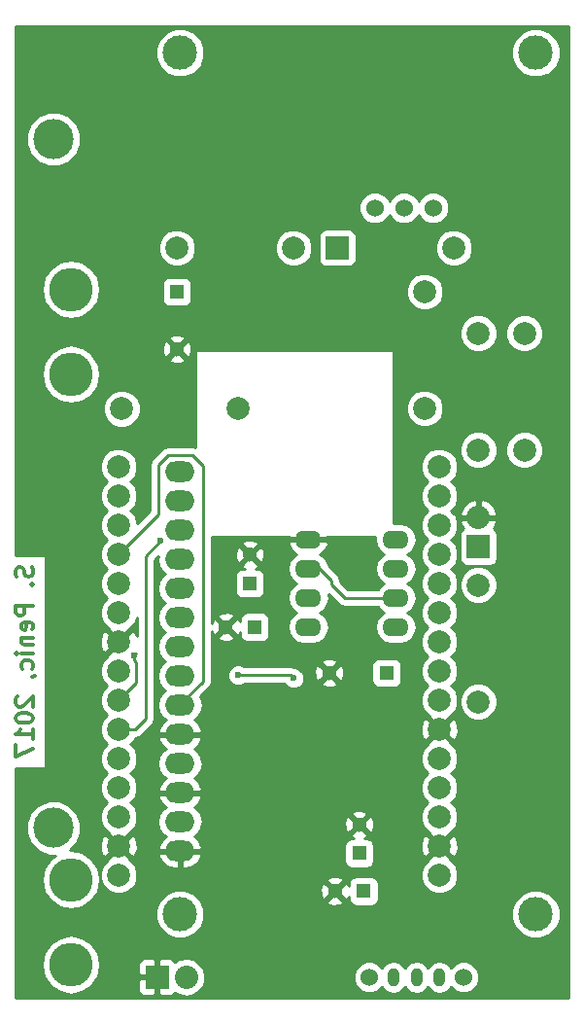
<source format=gbl>
G04 #@! TF.FileFunction,Copper,L2,Bot,Signal*
%FSLAX46Y46*%
G04 Gerber Fmt 4.6, Leading zero omitted, Abs format (unit mm)*
G04 Created by KiCad (PCBNEW 4.0.2+dfsg1-stable) date Thu 25 May 2017 10:32:05 AM CEST*
%MOMM*%
G01*
G04 APERTURE LIST*
%ADD10C,0.100000*%
%ADD11C,0.300000*%
%ADD12C,1.998980*%
%ADD13C,2.000000*%
%ADD14O,3.800000X3.800000*%
%ADD15R,1.300000X1.300000*%
%ADD16C,1.300000*%
%ADD17O,1.000000X1.600000*%
%ADD18C,1.524000*%
%ADD19O,2.300000X1.600000*%
%ADD20R,2.000000X2.000000*%
%ADD21R,2.032000X2.032000*%
%ADD22O,2.032000X2.032000*%
%ADD23C,3.500000*%
%ADD24O,2.600000X1.800000*%
%ADD25C,3.000000*%
%ADD26C,0.600000*%
%ADD27C,0.500000*%
%ADD28C,0.250000*%
%ADD29C,0.254000*%
G04 APERTURE END LIST*
D10*
D11*
X129607143Y-74785715D02*
X129678571Y-75000001D01*
X129678571Y-75357144D01*
X129607143Y-75500001D01*
X129535714Y-75571430D01*
X129392857Y-75642858D01*
X129250000Y-75642858D01*
X129107143Y-75571430D01*
X129035714Y-75500001D01*
X128964286Y-75357144D01*
X128892857Y-75071430D01*
X128821429Y-74928572D01*
X128750000Y-74857144D01*
X128607143Y-74785715D01*
X128464286Y-74785715D01*
X128321429Y-74857144D01*
X128250000Y-74928572D01*
X128178571Y-75071430D01*
X128178571Y-75428572D01*
X128250000Y-75642858D01*
X129535714Y-76285715D02*
X129607143Y-76357143D01*
X129678571Y-76285715D01*
X129607143Y-76214286D01*
X129535714Y-76285715D01*
X129678571Y-76285715D01*
X129678571Y-78142858D02*
X128178571Y-78142858D01*
X128178571Y-78714286D01*
X128250000Y-78857144D01*
X128321429Y-78928572D01*
X128464286Y-79000001D01*
X128678571Y-79000001D01*
X128821429Y-78928572D01*
X128892857Y-78857144D01*
X128964286Y-78714286D01*
X128964286Y-78142858D01*
X129607143Y-80214286D02*
X129678571Y-80071429D01*
X129678571Y-79785715D01*
X129607143Y-79642858D01*
X129464286Y-79571429D01*
X128892857Y-79571429D01*
X128750000Y-79642858D01*
X128678571Y-79785715D01*
X128678571Y-80071429D01*
X128750000Y-80214286D01*
X128892857Y-80285715D01*
X129035714Y-80285715D01*
X129178571Y-79571429D01*
X128678571Y-80928572D02*
X129678571Y-80928572D01*
X128821429Y-80928572D02*
X128750000Y-81000000D01*
X128678571Y-81142858D01*
X128678571Y-81357143D01*
X128750000Y-81500000D01*
X128892857Y-81571429D01*
X129678571Y-81571429D01*
X129678571Y-82285715D02*
X128678571Y-82285715D01*
X128178571Y-82285715D02*
X128250000Y-82214286D01*
X128321429Y-82285715D01*
X128250000Y-82357143D01*
X128178571Y-82285715D01*
X128321429Y-82285715D01*
X129607143Y-83642858D02*
X129678571Y-83500001D01*
X129678571Y-83214287D01*
X129607143Y-83071429D01*
X129535714Y-83000001D01*
X129392857Y-82928572D01*
X128964286Y-82928572D01*
X128821429Y-83000001D01*
X128750000Y-83071429D01*
X128678571Y-83214287D01*
X128678571Y-83500001D01*
X128750000Y-83642858D01*
X129607143Y-84357143D02*
X129678571Y-84357143D01*
X129821429Y-84285715D01*
X129892857Y-84214286D01*
X128321429Y-86071429D02*
X128250000Y-86142858D01*
X128178571Y-86285715D01*
X128178571Y-86642858D01*
X128250000Y-86785715D01*
X128321429Y-86857144D01*
X128464286Y-86928572D01*
X128607143Y-86928572D01*
X128821429Y-86857144D01*
X129678571Y-86000001D01*
X129678571Y-86928572D01*
X128178571Y-87857143D02*
X128178571Y-88000000D01*
X128250000Y-88142857D01*
X128321429Y-88214286D01*
X128464286Y-88285715D01*
X128750000Y-88357143D01*
X129107143Y-88357143D01*
X129392857Y-88285715D01*
X129535714Y-88214286D01*
X129607143Y-88142857D01*
X129678571Y-88000000D01*
X129678571Y-87857143D01*
X129607143Y-87714286D01*
X129535714Y-87642857D01*
X129392857Y-87571429D01*
X129107143Y-87500000D01*
X128750000Y-87500000D01*
X128464286Y-87571429D01*
X128321429Y-87642857D01*
X128250000Y-87714286D01*
X128178571Y-87857143D01*
X129678571Y-89785714D02*
X129678571Y-88928571D01*
X129678571Y-89357143D02*
X128178571Y-89357143D01*
X128392857Y-89214286D01*
X128535714Y-89071428D01*
X128607143Y-88928571D01*
X128178571Y-90285714D02*
X128178571Y-91285714D01*
X129678571Y-90642857D01*
D12*
X163830000Y-60960000D03*
X163830000Y-50800000D03*
D13*
X165100000Y-66040000D03*
X165100000Y-68580000D03*
X165100000Y-71120000D03*
X165100000Y-73660000D03*
X165100000Y-76200000D03*
X165100000Y-78740000D03*
X165100000Y-81280000D03*
X165100000Y-83820000D03*
X165100000Y-86360000D03*
X165100000Y-88900000D03*
X165100000Y-91440000D03*
X165100000Y-93980000D03*
X165100000Y-96520000D03*
X165100000Y-99060000D03*
X165100000Y-101600000D03*
X137160000Y-101600000D03*
X137160000Y-99060000D03*
X137160000Y-96520000D03*
X137160000Y-93980000D03*
X137160000Y-91440000D03*
X137160000Y-88900000D03*
X137160000Y-86360000D03*
X137160000Y-83820000D03*
X137160000Y-81280000D03*
X137160000Y-78740000D03*
X137160000Y-76200000D03*
X137160000Y-73660000D03*
X137160000Y-71120000D03*
X137160000Y-68580000D03*
X137160000Y-66040000D03*
D12*
X168500000Y-64580000D03*
X168500000Y-54420000D03*
D14*
X133000000Y-50600000D03*
X133000000Y-58000000D03*
X133000000Y-109400000D03*
X133000000Y-102000000D03*
D15*
X160500000Y-84000000D03*
D16*
X155500000Y-84000000D03*
D12*
X172500000Y-54420000D03*
X172500000Y-64580000D03*
D17*
X163100000Y-110490000D03*
X161100000Y-110490000D03*
X165100000Y-110490000D03*
D18*
X167200000Y-110490000D03*
X159000000Y-110490000D03*
D19*
X153670000Y-72390000D03*
X153670000Y-74930000D03*
X153670000Y-77470000D03*
X153670000Y-80010000D03*
X161290000Y-80010000D03*
X161290000Y-77470000D03*
X161290000Y-74930000D03*
X161290000Y-72390000D03*
D13*
X166370000Y-46990000D03*
D20*
X156210000Y-46990000D03*
D12*
X142240000Y-46990000D03*
X152400000Y-46990000D03*
X147580000Y-61000000D03*
X137420000Y-61000000D03*
D21*
X140500000Y-110490000D03*
D22*
X143040000Y-110490000D03*
D21*
X168500000Y-73000000D03*
D22*
X168500000Y-70460000D03*
D15*
X158500000Y-103000000D03*
D16*
X156000000Y-103000000D03*
D15*
X149000000Y-80000000D03*
D16*
X146500000Y-80000000D03*
D15*
X142240000Y-50800000D03*
D16*
X142240000Y-55800000D03*
D15*
X158115000Y-99695000D03*
D16*
X158115000Y-97195000D03*
D15*
X148590000Y-76200000D03*
D16*
X148590000Y-73700000D03*
D23*
X131500000Y-97500000D03*
X131500000Y-37500000D03*
D12*
X168500000Y-86500000D03*
X168500000Y-76340000D03*
D24*
X142500000Y-99500000D03*
X142500000Y-96960000D03*
X142500000Y-94420000D03*
X142500000Y-91880000D03*
X142500000Y-89340000D03*
X142500000Y-86800000D03*
X142500000Y-84260000D03*
X142500000Y-81720000D03*
X142500000Y-79180000D03*
X142500000Y-76640000D03*
X142500000Y-74100000D03*
X142500000Y-71560000D03*
X142500000Y-69020000D03*
X142500000Y-66480000D03*
D25*
X142500000Y-104999100D03*
X173500700Y-104999100D03*
X173500700Y-30000520D03*
X142500000Y-30000520D03*
D18*
X162000000Y-43500000D03*
X159460000Y-43500000D03*
X164540000Y-43500000D03*
D26*
X150837999Y-103743001D03*
X153670000Y-49530000D03*
X138524980Y-82500000D03*
X140825010Y-72500000D03*
X147574491Y-84200509D03*
X152400000Y-84455000D03*
D27*
X161290000Y-72390000D02*
X161640000Y-72390000D01*
X161640000Y-80010000D02*
X161290000Y-80010000D01*
D28*
X161925000Y-77470000D02*
X156845000Y-77470000D01*
X156845000Y-77470000D02*
X155705000Y-76330000D01*
X155705000Y-76330000D02*
X155705000Y-75980000D01*
X155705000Y-75980000D02*
X154655000Y-74930000D01*
X154655000Y-74930000D02*
X154305000Y-74930000D01*
X137160000Y-86360000D02*
X138685001Y-84834999D01*
X138685001Y-84834999D02*
X138685001Y-83084285D01*
X138685001Y-83084285D02*
X138524980Y-82924264D01*
X138524980Y-82924264D02*
X138524980Y-82500000D01*
X138524980Y-82500000D02*
X138685001Y-82314999D01*
X139500000Y-88000000D02*
X138600000Y-88900000D01*
X138600000Y-88900000D02*
X137160000Y-88900000D01*
X139500000Y-73825010D02*
X139500000Y-88000000D01*
X140825010Y-72500000D02*
X139500000Y-73825010D01*
X141436601Y-65049490D02*
X143549490Y-65049490D01*
X137160000Y-73660000D02*
X140645490Y-70174510D01*
X144500000Y-84724000D02*
X142504000Y-86720000D01*
X142504000Y-86720000D02*
X141996000Y-86720000D01*
X140645490Y-70174510D02*
X140645490Y-65840601D01*
X144500000Y-66000000D02*
X144500000Y-84724000D01*
X140645490Y-65840601D02*
X141436601Y-65049490D01*
X143549490Y-65049490D02*
X144500000Y-66000000D01*
X147574491Y-84200509D02*
X152145509Y-84200509D01*
X152145509Y-84200509D02*
X152400000Y-84455000D01*
D29*
G36*
X176315000Y-112315000D02*
X128185000Y-112315000D01*
X128185000Y-109350336D01*
X130465000Y-109350336D01*
X130465000Y-109449664D01*
X130657965Y-110419767D01*
X131207484Y-111242180D01*
X132029897Y-111791699D01*
X133000000Y-111984664D01*
X133970103Y-111791699D01*
X134792516Y-111242180D01*
X135104174Y-110775750D01*
X138849000Y-110775750D01*
X138849000Y-111632309D01*
X138945673Y-111865698D01*
X139124301Y-112044327D01*
X139357690Y-112141000D01*
X140214250Y-112141000D01*
X140373000Y-111982250D01*
X140373000Y-110617000D01*
X139007750Y-110617000D01*
X138849000Y-110775750D01*
X135104174Y-110775750D01*
X135342035Y-110419767D01*
X135535000Y-109449664D01*
X135535000Y-109350336D01*
X135534474Y-109347691D01*
X138849000Y-109347691D01*
X138849000Y-110204250D01*
X139007750Y-110363000D01*
X140373000Y-110363000D01*
X140373000Y-108997750D01*
X140627000Y-108997750D01*
X140627000Y-110363000D01*
X140647000Y-110363000D01*
X140647000Y-110617000D01*
X140627000Y-110617000D01*
X140627000Y-111982250D01*
X140785750Y-112141000D01*
X141642310Y-112141000D01*
X141875699Y-112044327D01*
X142054327Y-111865698D01*
X142071999Y-111823034D01*
X142408190Y-112047670D01*
X143040000Y-112173345D01*
X143671810Y-112047670D01*
X144207433Y-111689778D01*
X144565325Y-111154155D01*
X144642402Y-110766661D01*
X157602758Y-110766661D01*
X157814990Y-111280303D01*
X158207630Y-111673629D01*
X158720900Y-111886757D01*
X159276661Y-111887242D01*
X159790303Y-111675010D01*
X160116295Y-111349586D01*
X160297434Y-111620679D01*
X160665654Y-111866716D01*
X161100000Y-111953113D01*
X161534346Y-111866716D01*
X161902566Y-111620679D01*
X162100000Y-111325198D01*
X162297434Y-111620679D01*
X162665654Y-111866716D01*
X163100000Y-111953113D01*
X163534346Y-111866716D01*
X163902566Y-111620679D01*
X164100000Y-111325198D01*
X164297434Y-111620679D01*
X164665654Y-111866716D01*
X165100000Y-111953113D01*
X165534346Y-111866716D01*
X165902566Y-111620679D01*
X166083884Y-111349318D01*
X166407630Y-111673629D01*
X166920900Y-111886757D01*
X167476661Y-111887242D01*
X167990303Y-111675010D01*
X168383629Y-111282370D01*
X168596757Y-110769100D01*
X168597242Y-110213339D01*
X168385010Y-109699697D01*
X167992370Y-109306371D01*
X167479100Y-109093243D01*
X166923339Y-109092758D01*
X166409697Y-109304990D01*
X166083705Y-109630414D01*
X165902566Y-109359321D01*
X165534346Y-109113284D01*
X165100000Y-109026887D01*
X164665654Y-109113284D01*
X164297434Y-109359321D01*
X164100000Y-109654802D01*
X163902566Y-109359321D01*
X163534346Y-109113284D01*
X163100000Y-109026887D01*
X162665654Y-109113284D01*
X162297434Y-109359321D01*
X162100000Y-109654802D01*
X161902566Y-109359321D01*
X161534346Y-109113284D01*
X161100000Y-109026887D01*
X160665654Y-109113284D01*
X160297434Y-109359321D01*
X160116116Y-109630682D01*
X159792370Y-109306371D01*
X159279100Y-109093243D01*
X158723339Y-109092758D01*
X158209697Y-109304990D01*
X157816371Y-109697630D01*
X157603243Y-110210900D01*
X157602758Y-110766661D01*
X144642402Y-110766661D01*
X144691000Y-110522345D01*
X144691000Y-110457655D01*
X144565325Y-109825845D01*
X144207433Y-109290222D01*
X143671810Y-108932330D01*
X143040000Y-108806655D01*
X142408190Y-108932330D01*
X142071999Y-109156966D01*
X142054327Y-109114302D01*
X141875699Y-108935673D01*
X141642310Y-108839000D01*
X140785750Y-108839000D01*
X140627000Y-108997750D01*
X140373000Y-108997750D01*
X140214250Y-108839000D01*
X139357690Y-108839000D01*
X139124301Y-108935673D01*
X138945673Y-109114302D01*
X138849000Y-109347691D01*
X135534474Y-109347691D01*
X135342035Y-108380233D01*
X134792516Y-107557820D01*
X133970103Y-107008301D01*
X133000000Y-106815336D01*
X132029897Y-107008301D01*
X131207484Y-107557820D01*
X130657965Y-108380233D01*
X130465000Y-109350336D01*
X128185000Y-109350336D01*
X128185000Y-105421915D01*
X140364630Y-105421915D01*
X140688980Y-106206900D01*
X141289041Y-106808009D01*
X142073459Y-107133728D01*
X142922815Y-107134470D01*
X143707800Y-106810120D01*
X144308909Y-106210059D01*
X144634628Y-105425641D01*
X144634631Y-105421915D01*
X171365330Y-105421915D01*
X171689680Y-106206900D01*
X172289741Y-106808009D01*
X173074159Y-107133728D01*
X173923515Y-107134470D01*
X174708500Y-106810120D01*
X175309609Y-106210059D01*
X175635328Y-105425641D01*
X175636070Y-104576285D01*
X175311720Y-103791300D01*
X174711659Y-103190191D01*
X173927241Y-102864472D01*
X173077885Y-102863730D01*
X172292900Y-103188080D01*
X171691791Y-103788141D01*
X171366072Y-104572559D01*
X171365330Y-105421915D01*
X144634631Y-105421915D01*
X144635370Y-104576285D01*
X144355528Y-103899016D01*
X155280590Y-103899016D01*
X155336271Y-104129611D01*
X155819078Y-104297622D01*
X156329428Y-104268083D01*
X156663729Y-104129611D01*
X156719410Y-103899016D01*
X156000000Y-103179605D01*
X155280590Y-103899016D01*
X144355528Y-103899016D01*
X144311020Y-103791300D01*
X143710959Y-103190191D01*
X142926541Y-102864472D01*
X142077185Y-102863730D01*
X141292200Y-103188080D01*
X140691091Y-103788141D01*
X140365372Y-104572559D01*
X140364630Y-105421915D01*
X128185000Y-105421915D01*
X128185000Y-97972325D01*
X129114587Y-97972325D01*
X129476916Y-98849229D01*
X130147242Y-99520726D01*
X131023513Y-99884585D01*
X131615636Y-99885102D01*
X131207484Y-100157820D01*
X130657965Y-100980233D01*
X130465000Y-101950336D01*
X130465000Y-102049664D01*
X130657965Y-103019767D01*
X131207484Y-103842180D01*
X132029897Y-104391699D01*
X133000000Y-104584664D01*
X133970103Y-104391699D01*
X134792516Y-103842180D01*
X135342035Y-103019767D01*
X135535000Y-102049664D01*
X135535000Y-101950336D01*
X135534366Y-101947151D01*
X135773106Y-102524943D01*
X136232637Y-102985278D01*
X136833352Y-103234716D01*
X137483795Y-103235284D01*
X138084943Y-102986894D01*
X138253052Y-102819078D01*
X154702378Y-102819078D01*
X154731917Y-103329428D01*
X154870389Y-103663729D01*
X155100984Y-103719410D01*
X155820395Y-103000000D01*
X156179605Y-103000000D01*
X156899016Y-103719410D01*
X157129611Y-103663729D01*
X157202560Y-103454098D01*
X157202560Y-103650000D01*
X157246838Y-103885317D01*
X157385910Y-104101441D01*
X157598110Y-104246431D01*
X157850000Y-104297440D01*
X159150000Y-104297440D01*
X159385317Y-104253162D01*
X159601441Y-104114090D01*
X159746431Y-103901890D01*
X159797440Y-103650000D01*
X159797440Y-102350000D01*
X159753162Y-102114683D01*
X159630329Y-101923795D01*
X163464716Y-101923795D01*
X163713106Y-102524943D01*
X164172637Y-102985278D01*
X164773352Y-103234716D01*
X165423795Y-103235284D01*
X166024943Y-102986894D01*
X166485278Y-102527363D01*
X166734716Y-101926648D01*
X166735284Y-101276205D01*
X166486894Y-100675057D01*
X166060022Y-100247438D01*
X166072927Y-100212532D01*
X165100000Y-99239605D01*
X164127073Y-100212532D01*
X164140164Y-100247938D01*
X163714722Y-100672637D01*
X163465284Y-101273352D01*
X163464716Y-101923795D01*
X159630329Y-101923795D01*
X159614090Y-101898559D01*
X159401890Y-101753569D01*
X159150000Y-101702560D01*
X157850000Y-101702560D01*
X157614683Y-101746838D01*
X157398559Y-101885910D01*
X157253569Y-102098110D01*
X157202560Y-102350000D01*
X157202560Y-102512385D01*
X157129611Y-102336271D01*
X156899016Y-102280590D01*
X156179605Y-103000000D01*
X155820395Y-103000000D01*
X155100984Y-102280590D01*
X154870389Y-102336271D01*
X154702378Y-102819078D01*
X138253052Y-102819078D01*
X138545278Y-102527363D01*
X138722325Y-102100984D01*
X155280590Y-102100984D01*
X156000000Y-102820395D01*
X156719410Y-102100984D01*
X156663729Y-101870389D01*
X156180922Y-101702378D01*
X155670572Y-101731917D01*
X155336271Y-101870389D01*
X155280590Y-102100984D01*
X138722325Y-102100984D01*
X138794716Y-101926648D01*
X138795284Y-101276205D01*
X138546894Y-100675057D01*
X138120022Y-100247438D01*
X138132927Y-100212532D01*
X137160000Y-99239605D01*
X136187073Y-100212532D01*
X136200164Y-100247938D01*
X135774722Y-100672637D01*
X135525284Y-101273352D01*
X135524738Y-101898745D01*
X135342035Y-100980233D01*
X134792516Y-100157820D01*
X133970103Y-99608301D01*
X133000000Y-99415336D01*
X132946506Y-99425977D01*
X133520726Y-98852758D01*
X133544517Y-98795461D01*
X135514092Y-98795461D01*
X135538144Y-99445460D01*
X135740613Y-99934264D01*
X136007468Y-100032927D01*
X136980395Y-99060000D01*
X137339605Y-99060000D01*
X138312532Y-100032927D01*
X138579387Y-99934264D01*
X138605216Y-99864740D01*
X140608964Y-99864740D01*
X140633244Y-99970086D01*
X140924788Y-100495606D01*
X141395248Y-100869554D01*
X141973000Y-101035000D01*
X142373000Y-101035000D01*
X142373000Y-99627000D01*
X142627000Y-99627000D01*
X142627000Y-101035000D01*
X143027000Y-101035000D01*
X143604752Y-100869554D01*
X144075212Y-100495606D01*
X144366756Y-99970086D01*
X144391036Y-99864740D01*
X144270378Y-99627000D01*
X142627000Y-99627000D01*
X142373000Y-99627000D01*
X140729622Y-99627000D01*
X140608964Y-99864740D01*
X138605216Y-99864740D01*
X138805908Y-99324539D01*
X138781856Y-98674540D01*
X138579387Y-98185736D01*
X138312532Y-98087073D01*
X137339605Y-99060000D01*
X136980395Y-99060000D01*
X136007468Y-98087073D01*
X135740613Y-98185736D01*
X135514092Y-98795461D01*
X133544517Y-98795461D01*
X133884585Y-97976487D01*
X133885413Y-97027675D01*
X133523084Y-96150771D01*
X132852758Y-95479274D01*
X131976487Y-95115415D01*
X131027675Y-95114587D01*
X130150771Y-95476916D01*
X129479274Y-96147242D01*
X129115415Y-97023513D01*
X129114587Y-97972325D01*
X128185000Y-97972325D01*
X128185000Y-92284999D01*
X130835000Y-92284999D01*
X130835000Y-81015461D01*
X135514092Y-81015461D01*
X135538144Y-81665460D01*
X135740613Y-82154264D01*
X136007468Y-82252927D01*
X136980395Y-81280000D01*
X136007468Y-80307073D01*
X135740613Y-80405736D01*
X135514092Y-81015461D01*
X130835000Y-81015461D01*
X130835000Y-73715001D01*
X128185000Y-73715001D01*
X128185000Y-66363795D01*
X135524716Y-66363795D01*
X135773106Y-66964943D01*
X136117759Y-67310199D01*
X135774722Y-67652637D01*
X135525284Y-68253352D01*
X135524716Y-68903795D01*
X135773106Y-69504943D01*
X136117759Y-69850199D01*
X135774722Y-70192637D01*
X135525284Y-70793352D01*
X135524716Y-71443795D01*
X135773106Y-72044943D01*
X136117759Y-72390199D01*
X135774722Y-72732637D01*
X135525284Y-73333352D01*
X135524716Y-73983795D01*
X135773106Y-74584943D01*
X136117759Y-74930199D01*
X135774722Y-75272637D01*
X135525284Y-75873352D01*
X135524716Y-76523795D01*
X135773106Y-77124943D01*
X136117759Y-77470199D01*
X135774722Y-77812637D01*
X135525284Y-78413352D01*
X135524716Y-79063795D01*
X135773106Y-79664943D01*
X136199978Y-80092562D01*
X136187073Y-80127468D01*
X137160000Y-81100395D01*
X138132927Y-80127468D01*
X138119836Y-80092062D01*
X138545278Y-79667363D01*
X138740000Y-79198419D01*
X138740000Y-80793491D01*
X138579387Y-80405736D01*
X138312532Y-80307073D01*
X137339605Y-81280000D01*
X137353748Y-81294143D01*
X137174143Y-81473748D01*
X137160000Y-81459605D01*
X136187073Y-82432532D01*
X136200164Y-82467938D01*
X135774722Y-82892637D01*
X135525284Y-83493352D01*
X135524716Y-84143795D01*
X135773106Y-84744943D01*
X136117759Y-85090199D01*
X135774722Y-85432637D01*
X135525284Y-86033352D01*
X135524716Y-86683795D01*
X135773106Y-87284943D01*
X136117759Y-87630199D01*
X135774722Y-87972637D01*
X135525284Y-88573352D01*
X135524716Y-89223795D01*
X135773106Y-89824943D01*
X136117759Y-90170199D01*
X135774722Y-90512637D01*
X135525284Y-91113352D01*
X135524716Y-91763795D01*
X135773106Y-92364943D01*
X136117759Y-92710199D01*
X135774722Y-93052637D01*
X135525284Y-93653352D01*
X135524716Y-94303795D01*
X135773106Y-94904943D01*
X136117759Y-95250199D01*
X135774722Y-95592637D01*
X135525284Y-96193352D01*
X135524716Y-96843795D01*
X135773106Y-97444943D01*
X136199978Y-97872562D01*
X136187073Y-97907468D01*
X137160000Y-98880395D01*
X138132927Y-97907468D01*
X138119836Y-97872062D01*
X138545278Y-97447363D01*
X138747648Y-96960000D01*
X140527091Y-96960000D01*
X140643936Y-97547419D01*
X140976682Y-98045409D01*
X141262210Y-98236192D01*
X140924788Y-98504394D01*
X140633244Y-99029914D01*
X140608964Y-99135260D01*
X140729622Y-99373000D01*
X142373000Y-99373000D01*
X142373000Y-99353000D01*
X142627000Y-99353000D01*
X142627000Y-99373000D01*
X144270378Y-99373000D01*
X144391036Y-99135260D01*
X144370234Y-99045000D01*
X156817560Y-99045000D01*
X156817560Y-100345000D01*
X156861838Y-100580317D01*
X157000910Y-100796441D01*
X157213110Y-100941431D01*
X157465000Y-100992440D01*
X158765000Y-100992440D01*
X159000317Y-100948162D01*
X159216441Y-100809090D01*
X159361431Y-100596890D01*
X159412440Y-100345000D01*
X159412440Y-99045000D01*
X159368162Y-98809683D01*
X159359011Y-98795461D01*
X163454092Y-98795461D01*
X163478144Y-99445460D01*
X163680613Y-99934264D01*
X163947468Y-100032927D01*
X164920395Y-99060000D01*
X165279605Y-99060000D01*
X166252532Y-100032927D01*
X166519387Y-99934264D01*
X166745908Y-99324539D01*
X166721856Y-98674540D01*
X166519387Y-98185736D01*
X166252532Y-98087073D01*
X165279605Y-99060000D01*
X164920395Y-99060000D01*
X163947468Y-98087073D01*
X163680613Y-98185736D01*
X163454092Y-98795461D01*
X159359011Y-98795461D01*
X159229090Y-98593559D01*
X159016890Y-98448569D01*
X158765000Y-98397560D01*
X158602615Y-98397560D01*
X158778729Y-98324611D01*
X158834410Y-98094016D01*
X158115000Y-97374605D01*
X157395590Y-98094016D01*
X157451271Y-98324611D01*
X157660902Y-98397560D01*
X157465000Y-98397560D01*
X157229683Y-98441838D01*
X157013559Y-98580910D01*
X156868569Y-98793110D01*
X156817560Y-99045000D01*
X144370234Y-99045000D01*
X144366756Y-99029914D01*
X144075212Y-98504394D01*
X143737790Y-98236192D01*
X144023318Y-98045409D01*
X144356064Y-97547419D01*
X144462152Y-97014078D01*
X156817378Y-97014078D01*
X156846917Y-97524428D01*
X156985389Y-97858729D01*
X157215984Y-97914410D01*
X157935395Y-97195000D01*
X158294605Y-97195000D01*
X159014016Y-97914410D01*
X159244611Y-97858729D01*
X159412622Y-97375922D01*
X159383083Y-96865572D01*
X159244611Y-96531271D01*
X159014016Y-96475590D01*
X158294605Y-97195000D01*
X157935395Y-97195000D01*
X157215984Y-96475590D01*
X156985389Y-96531271D01*
X156817378Y-97014078D01*
X144462152Y-97014078D01*
X144472909Y-96960000D01*
X144356064Y-96372581D01*
X144304884Y-96295984D01*
X157395590Y-96295984D01*
X158115000Y-97015395D01*
X158834410Y-96295984D01*
X158778729Y-96065389D01*
X158295922Y-95897378D01*
X157785572Y-95926917D01*
X157451271Y-96065389D01*
X157395590Y-96295984D01*
X144304884Y-96295984D01*
X144023318Y-95874591D01*
X143737790Y-95683808D01*
X144075212Y-95415606D01*
X144366756Y-94890086D01*
X144391036Y-94784740D01*
X144270378Y-94547000D01*
X142627000Y-94547000D01*
X142627000Y-94567000D01*
X142373000Y-94567000D01*
X142373000Y-94547000D01*
X140729622Y-94547000D01*
X140608964Y-94784740D01*
X140633244Y-94890086D01*
X140924788Y-95415606D01*
X141262210Y-95683808D01*
X140976682Y-95874591D01*
X140643936Y-96372581D01*
X140527091Y-96960000D01*
X138747648Y-96960000D01*
X138794716Y-96846648D01*
X138795284Y-96196205D01*
X138546894Y-95595057D01*
X138202241Y-95249801D01*
X138545278Y-94907363D01*
X138794716Y-94306648D01*
X138795284Y-93656205D01*
X138546894Y-93055057D01*
X138202241Y-92709801D01*
X138545278Y-92367363D01*
X138747648Y-91880000D01*
X140527091Y-91880000D01*
X140643936Y-92467419D01*
X140976682Y-92965409D01*
X141262210Y-93156192D01*
X140924788Y-93424394D01*
X140633244Y-93949914D01*
X140608964Y-94055260D01*
X140729622Y-94293000D01*
X142373000Y-94293000D01*
X142373000Y-94273000D01*
X142627000Y-94273000D01*
X142627000Y-94293000D01*
X144270378Y-94293000D01*
X144391036Y-94055260D01*
X144366756Y-93949914D01*
X144075212Y-93424394D01*
X143737790Y-93156192D01*
X144023318Y-92965409D01*
X144356064Y-92467419D01*
X144472909Y-91880000D01*
X144449795Y-91763795D01*
X163464716Y-91763795D01*
X163713106Y-92364943D01*
X164057759Y-92710199D01*
X163714722Y-93052637D01*
X163465284Y-93653352D01*
X163464716Y-94303795D01*
X163713106Y-94904943D01*
X164057759Y-95250199D01*
X163714722Y-95592637D01*
X163465284Y-96193352D01*
X163464716Y-96843795D01*
X163713106Y-97444943D01*
X164139978Y-97872562D01*
X164127073Y-97907468D01*
X165100000Y-98880395D01*
X166072927Y-97907468D01*
X166059836Y-97872062D01*
X166485278Y-97447363D01*
X166734716Y-96846648D01*
X166735284Y-96196205D01*
X166486894Y-95595057D01*
X166142241Y-95249801D01*
X166485278Y-94907363D01*
X166734716Y-94306648D01*
X166735284Y-93656205D01*
X166486894Y-93055057D01*
X166142241Y-92709801D01*
X166485278Y-92367363D01*
X166734716Y-91766648D01*
X166735284Y-91116205D01*
X166486894Y-90515057D01*
X166060022Y-90087438D01*
X166072927Y-90052532D01*
X165100000Y-89079605D01*
X164127073Y-90052532D01*
X164140164Y-90087938D01*
X163714722Y-90512637D01*
X163465284Y-91113352D01*
X163464716Y-91763795D01*
X144449795Y-91763795D01*
X144356064Y-91292581D01*
X144023318Y-90794591D01*
X143737790Y-90603808D01*
X144075212Y-90335606D01*
X144366756Y-89810086D01*
X144391036Y-89704740D01*
X144270378Y-89467000D01*
X142627000Y-89467000D01*
X142627000Y-89487000D01*
X142373000Y-89487000D01*
X142373000Y-89467000D01*
X140729622Y-89467000D01*
X140608964Y-89704740D01*
X140633244Y-89810086D01*
X140924788Y-90335606D01*
X141262210Y-90603808D01*
X140976682Y-90794591D01*
X140643936Y-91292581D01*
X140527091Y-91880000D01*
X138747648Y-91880000D01*
X138794716Y-91766648D01*
X138795284Y-91116205D01*
X138546894Y-90515057D01*
X138202241Y-90169801D01*
X138545278Y-89827363D01*
X138616103Y-89656797D01*
X138890839Y-89602148D01*
X139137401Y-89437401D01*
X140037401Y-88537401D01*
X140202148Y-88290840D01*
X140260000Y-88000000D01*
X140260000Y-74139812D01*
X140583525Y-73816287D01*
X140527091Y-74100000D01*
X140643936Y-74687419D01*
X140976682Y-75185409D01*
X141252942Y-75370000D01*
X140976682Y-75554591D01*
X140643936Y-76052581D01*
X140527091Y-76640000D01*
X140643936Y-77227419D01*
X140976682Y-77725409D01*
X141252942Y-77910000D01*
X140976682Y-78094591D01*
X140643936Y-78592581D01*
X140527091Y-79180000D01*
X140643936Y-79767419D01*
X140976682Y-80265409D01*
X141252942Y-80450000D01*
X140976682Y-80634591D01*
X140643936Y-81132581D01*
X140527091Y-81720000D01*
X140643936Y-82307419D01*
X140976682Y-82805409D01*
X141252942Y-82990000D01*
X140976682Y-83174591D01*
X140643936Y-83672581D01*
X140527091Y-84260000D01*
X140643936Y-84847419D01*
X140976682Y-85345409D01*
X141252942Y-85530000D01*
X140976682Y-85714591D01*
X140643936Y-86212581D01*
X140527091Y-86800000D01*
X140643936Y-87387419D01*
X140976682Y-87885409D01*
X141262210Y-88076192D01*
X140924788Y-88344394D01*
X140633244Y-88869914D01*
X140608964Y-88975260D01*
X140729622Y-89213000D01*
X142373000Y-89213000D01*
X142373000Y-89193000D01*
X142627000Y-89193000D01*
X142627000Y-89213000D01*
X144270378Y-89213000D01*
X144391036Y-88975260D01*
X144366756Y-88869914D01*
X144236688Y-88635461D01*
X163454092Y-88635461D01*
X163478144Y-89285460D01*
X163680613Y-89774264D01*
X163947468Y-89872927D01*
X164920395Y-88900000D01*
X165279605Y-88900000D01*
X166252532Y-89872927D01*
X166519387Y-89774264D01*
X166745908Y-89164539D01*
X166721856Y-88514540D01*
X166519387Y-88025736D01*
X166252532Y-87927073D01*
X165279605Y-88900000D01*
X164920395Y-88900000D01*
X163947468Y-87927073D01*
X163680613Y-88025736D01*
X163454092Y-88635461D01*
X144236688Y-88635461D01*
X144075212Y-88344394D01*
X143737790Y-88076192D01*
X144023318Y-87885409D01*
X144356064Y-87387419D01*
X144472909Y-86800000D01*
X144356064Y-86212581D01*
X144247980Y-86050822D01*
X145037401Y-85261401D01*
X145202148Y-85014840D01*
X145260000Y-84724000D01*
X145260000Y-84385676D01*
X146639329Y-84385676D01*
X146781374Y-84729452D01*
X147044164Y-84992701D01*
X147387692Y-85135347D01*
X147759658Y-85135671D01*
X148103434Y-84993626D01*
X148136609Y-84960509D01*
X151597200Y-84960509D01*
X151606883Y-84983943D01*
X151869673Y-85247192D01*
X152213201Y-85389838D01*
X152585167Y-85390162D01*
X152928943Y-85248117D01*
X153192192Y-84985327D01*
X153228031Y-84899016D01*
X154780590Y-84899016D01*
X154836271Y-85129611D01*
X155319078Y-85297622D01*
X155829428Y-85268083D01*
X156163729Y-85129611D01*
X156219410Y-84899016D01*
X155500000Y-84179605D01*
X154780590Y-84899016D01*
X153228031Y-84899016D01*
X153334838Y-84641799D01*
X153335162Y-84269833D01*
X153193117Y-83926057D01*
X153086325Y-83819078D01*
X154202378Y-83819078D01*
X154231917Y-84329428D01*
X154370389Y-84663729D01*
X154600984Y-84719410D01*
X155320395Y-84000000D01*
X155679605Y-84000000D01*
X156399016Y-84719410D01*
X156629611Y-84663729D01*
X156797622Y-84180922D01*
X156768083Y-83670572D01*
X156635298Y-83350000D01*
X159202560Y-83350000D01*
X159202560Y-84650000D01*
X159246838Y-84885317D01*
X159385910Y-85101441D01*
X159598110Y-85246431D01*
X159850000Y-85297440D01*
X161150000Y-85297440D01*
X161385317Y-85253162D01*
X161601441Y-85114090D01*
X161746431Y-84901890D01*
X161797440Y-84650000D01*
X161797440Y-83350000D01*
X161753162Y-83114683D01*
X161614090Y-82898559D01*
X161401890Y-82753569D01*
X161150000Y-82702560D01*
X159850000Y-82702560D01*
X159614683Y-82746838D01*
X159398559Y-82885910D01*
X159253569Y-83098110D01*
X159202560Y-83350000D01*
X156635298Y-83350000D01*
X156629611Y-83336271D01*
X156399016Y-83280590D01*
X155679605Y-84000000D01*
X155320395Y-84000000D01*
X154600984Y-83280590D01*
X154370389Y-83336271D01*
X154202378Y-83819078D01*
X153086325Y-83819078D01*
X152930327Y-83662808D01*
X152586799Y-83520162D01*
X152468822Y-83520059D01*
X152436348Y-83498361D01*
X152145509Y-83440509D01*
X148136954Y-83440509D01*
X148104818Y-83408317D01*
X147761290Y-83265671D01*
X147389324Y-83265347D01*
X147045548Y-83407392D01*
X146782299Y-83670182D01*
X146639653Y-84013710D01*
X146639329Y-84385676D01*
X145260000Y-84385676D01*
X145260000Y-83100984D01*
X154780590Y-83100984D01*
X155500000Y-83820395D01*
X156219410Y-83100984D01*
X156163729Y-82870389D01*
X155680922Y-82702378D01*
X155170572Y-82731917D01*
X154836271Y-82870389D01*
X154780590Y-83100984D01*
X145260000Y-83100984D01*
X145260000Y-80899016D01*
X145780590Y-80899016D01*
X145836271Y-81129611D01*
X146319078Y-81297622D01*
X146829428Y-81268083D01*
X147163729Y-81129611D01*
X147219410Y-80899016D01*
X146500000Y-80179605D01*
X145780590Y-80899016D01*
X145260000Y-80899016D01*
X145260000Y-80397226D01*
X145370389Y-80663729D01*
X145600984Y-80719410D01*
X146320395Y-80000000D01*
X146679605Y-80000000D01*
X147399016Y-80719410D01*
X147629611Y-80663729D01*
X147702560Y-80454098D01*
X147702560Y-80650000D01*
X147746838Y-80885317D01*
X147885910Y-81101441D01*
X148098110Y-81246431D01*
X148350000Y-81297440D01*
X149650000Y-81297440D01*
X149885317Y-81253162D01*
X150101441Y-81114090D01*
X150246431Y-80901890D01*
X150297440Y-80650000D01*
X150297440Y-79350000D01*
X150253162Y-79114683D01*
X150114090Y-78898559D01*
X149901890Y-78753569D01*
X149650000Y-78702560D01*
X148350000Y-78702560D01*
X148114683Y-78746838D01*
X147898559Y-78885910D01*
X147753569Y-79098110D01*
X147702560Y-79350000D01*
X147702560Y-79512385D01*
X147629611Y-79336271D01*
X147399016Y-79280590D01*
X146679605Y-80000000D01*
X146320395Y-80000000D01*
X145600984Y-79280590D01*
X145370389Y-79336271D01*
X145260000Y-79653492D01*
X145260000Y-79100984D01*
X145780590Y-79100984D01*
X146500000Y-79820395D01*
X147219410Y-79100984D01*
X147163729Y-78870389D01*
X146680922Y-78702378D01*
X146170572Y-78731917D01*
X145836271Y-78870389D01*
X145780590Y-79100984D01*
X145260000Y-79100984D01*
X145260000Y-75550000D01*
X147292560Y-75550000D01*
X147292560Y-76850000D01*
X147336838Y-77085317D01*
X147475910Y-77301441D01*
X147688110Y-77446431D01*
X147940000Y-77497440D01*
X149240000Y-77497440D01*
X149475317Y-77453162D01*
X149691441Y-77314090D01*
X149836431Y-77101890D01*
X149887440Y-76850000D01*
X149887440Y-75550000D01*
X149843162Y-75314683D01*
X149704090Y-75098559D01*
X149491890Y-74953569D01*
X149240000Y-74902560D01*
X149077615Y-74902560D01*
X149253729Y-74829611D01*
X149309410Y-74599016D01*
X148590000Y-73879605D01*
X147870590Y-74599016D01*
X147926271Y-74829611D01*
X148135902Y-74902560D01*
X147940000Y-74902560D01*
X147704683Y-74946838D01*
X147488559Y-75085910D01*
X147343569Y-75298110D01*
X147292560Y-75550000D01*
X145260000Y-75550000D01*
X145260000Y-73519078D01*
X147292378Y-73519078D01*
X147321917Y-74029428D01*
X147460389Y-74363729D01*
X147690984Y-74419410D01*
X148410395Y-73700000D01*
X148769605Y-73700000D01*
X149489016Y-74419410D01*
X149719611Y-74363729D01*
X149887622Y-73880922D01*
X149858083Y-73370572D01*
X149719611Y-73036271D01*
X149489016Y-72980590D01*
X148769605Y-73700000D01*
X148410395Y-73700000D01*
X147690984Y-72980590D01*
X147460389Y-73036271D01*
X147292378Y-73519078D01*
X145260000Y-73519078D01*
X145260000Y-72800984D01*
X147870590Y-72800984D01*
X148590000Y-73520395D01*
X149309410Y-72800984D01*
X149253729Y-72570389D01*
X148770922Y-72402378D01*
X148260572Y-72431917D01*
X147926271Y-72570389D01*
X147870590Y-72800984D01*
X145260000Y-72800984D01*
X145260000Y-72127000D01*
X151975366Y-72127000D01*
X152050085Y-72263000D01*
X153543000Y-72263000D01*
X153543000Y-72243000D01*
X153797000Y-72243000D01*
X153797000Y-72263000D01*
X155289915Y-72263000D01*
X155364634Y-72127000D01*
X159522344Y-72127000D01*
X159470030Y-72390000D01*
X159579263Y-72939151D01*
X159890332Y-73404698D01*
X160272418Y-73660000D01*
X159890332Y-73915302D01*
X159579263Y-74380849D01*
X159470030Y-74930000D01*
X159579263Y-75479151D01*
X159890332Y-75944698D01*
X160272418Y-76200000D01*
X159890332Y-76455302D01*
X159720148Y-76710000D01*
X157159802Y-76710000D01*
X156465000Y-76015198D01*
X156465000Y-75980000D01*
X156407148Y-75689161D01*
X156407148Y-75689160D01*
X156242401Y-75442599D01*
X155430419Y-74630617D01*
X155380737Y-74380849D01*
X155069668Y-73915302D01*
X154691849Y-73662851D01*
X155124500Y-73314896D01*
X155394367Y-72821819D01*
X155411904Y-72739039D01*
X155289915Y-72517000D01*
X153797000Y-72517000D01*
X153797000Y-72537000D01*
X153543000Y-72537000D01*
X153543000Y-72517000D01*
X152050085Y-72517000D01*
X151928096Y-72739039D01*
X151945633Y-72821819D01*
X152215500Y-73314896D01*
X152648151Y-73662851D01*
X152270332Y-73915302D01*
X151959263Y-74380849D01*
X151850030Y-74930000D01*
X151959263Y-75479151D01*
X152270332Y-75944698D01*
X152652418Y-76200000D01*
X152270332Y-76455302D01*
X151959263Y-76920849D01*
X151850030Y-77470000D01*
X151959263Y-78019151D01*
X152270332Y-78484698D01*
X152652418Y-78740000D01*
X152270332Y-78995302D01*
X151959263Y-79460849D01*
X151850030Y-80010000D01*
X151959263Y-80559151D01*
X152270332Y-81024698D01*
X152735879Y-81335767D01*
X153285030Y-81445000D01*
X154054970Y-81445000D01*
X154604121Y-81335767D01*
X155069668Y-81024698D01*
X155380737Y-80559151D01*
X155489970Y-80010000D01*
X155380737Y-79460849D01*
X155069668Y-78995302D01*
X154687582Y-78740000D01*
X155069668Y-78484698D01*
X155380737Y-78019151D01*
X155489970Y-77470000D01*
X155420389Y-77120191D01*
X156307599Y-78007401D01*
X156554160Y-78172148D01*
X156602414Y-78181746D01*
X156845000Y-78230000D01*
X159720148Y-78230000D01*
X159890332Y-78484698D01*
X160272418Y-78740000D01*
X159890332Y-78995302D01*
X159579263Y-79460849D01*
X159470030Y-80010000D01*
X159579263Y-80559151D01*
X159890332Y-81024698D01*
X160355879Y-81335767D01*
X160905030Y-81445000D01*
X161674970Y-81445000D01*
X162224121Y-81335767D01*
X162689668Y-81024698D01*
X163000737Y-80559151D01*
X163109970Y-80010000D01*
X163000737Y-79460849D01*
X162689668Y-78995302D01*
X162307582Y-78740000D01*
X162689668Y-78484698D01*
X163000737Y-78019151D01*
X163109970Y-77470000D01*
X163000737Y-76920849D01*
X162689668Y-76455302D01*
X162307582Y-76200000D01*
X162689668Y-75944698D01*
X163000737Y-75479151D01*
X163109970Y-74930000D01*
X163000737Y-74380849D01*
X162689668Y-73915302D01*
X162307582Y-73660000D01*
X162689668Y-73404698D01*
X163000737Y-72939151D01*
X163109970Y-72390000D01*
X163000737Y-71840849D01*
X162689668Y-71375302D01*
X162224121Y-71064233D01*
X161674970Y-70955000D01*
X161127000Y-70955000D01*
X161127000Y-66363795D01*
X163464716Y-66363795D01*
X163713106Y-66964943D01*
X164057759Y-67310199D01*
X163714722Y-67652637D01*
X163465284Y-68253352D01*
X163464716Y-68903795D01*
X163713106Y-69504943D01*
X164057759Y-69850199D01*
X163714722Y-70192637D01*
X163465284Y-70793352D01*
X163464716Y-71443795D01*
X163713106Y-72044943D01*
X164057759Y-72390199D01*
X163714722Y-72732637D01*
X163465284Y-73333352D01*
X163464716Y-73983795D01*
X163713106Y-74584943D01*
X164057759Y-74930199D01*
X163714722Y-75272637D01*
X163465284Y-75873352D01*
X163464716Y-76523795D01*
X163713106Y-77124943D01*
X164057759Y-77470199D01*
X163714722Y-77812637D01*
X163465284Y-78413352D01*
X163464716Y-79063795D01*
X163713106Y-79664943D01*
X164057759Y-80010199D01*
X163714722Y-80352637D01*
X163465284Y-80953352D01*
X163464716Y-81603795D01*
X163713106Y-82204943D01*
X164057759Y-82550199D01*
X163714722Y-82892637D01*
X163465284Y-83493352D01*
X163464716Y-84143795D01*
X163713106Y-84744943D01*
X164057759Y-85090199D01*
X163714722Y-85432637D01*
X163465284Y-86033352D01*
X163464716Y-86683795D01*
X163713106Y-87284943D01*
X164139978Y-87712562D01*
X164127073Y-87747468D01*
X165100000Y-88720395D01*
X166072927Y-87747468D01*
X166059836Y-87712062D01*
X166485278Y-87287363D01*
X166677809Y-86823694D01*
X166865226Y-86823694D01*
X167113538Y-87424655D01*
X167572927Y-87884846D01*
X168173453Y-88134206D01*
X168823694Y-88134774D01*
X169424655Y-87886462D01*
X169884846Y-87427073D01*
X170134206Y-86826547D01*
X170134774Y-86176306D01*
X169886462Y-85575345D01*
X169427073Y-85115154D01*
X168826547Y-84865794D01*
X168176306Y-84865226D01*
X167575345Y-85113538D01*
X167115154Y-85572927D01*
X166865794Y-86173453D01*
X166865226Y-86823694D01*
X166677809Y-86823694D01*
X166734716Y-86686648D01*
X166735284Y-86036205D01*
X166486894Y-85435057D01*
X166142241Y-85089801D01*
X166485278Y-84747363D01*
X166734716Y-84146648D01*
X166735284Y-83496205D01*
X166486894Y-82895057D01*
X166142241Y-82549801D01*
X166485278Y-82207363D01*
X166734716Y-81606648D01*
X166735284Y-80956205D01*
X166486894Y-80355057D01*
X166142241Y-80009801D01*
X166485278Y-79667363D01*
X166734716Y-79066648D01*
X166735284Y-78416205D01*
X166486894Y-77815057D01*
X166142241Y-77469801D01*
X166485278Y-77127363D01*
X166677809Y-76663694D01*
X166865226Y-76663694D01*
X167113538Y-77264655D01*
X167572927Y-77724846D01*
X168173453Y-77974206D01*
X168823694Y-77974774D01*
X169424655Y-77726462D01*
X169884846Y-77267073D01*
X170134206Y-76666547D01*
X170134774Y-76016306D01*
X169886462Y-75415345D01*
X169427073Y-74955154D01*
X168826547Y-74705794D01*
X168176306Y-74705226D01*
X167575345Y-74953538D01*
X167115154Y-75412927D01*
X166865794Y-76013453D01*
X166865226Y-76663694D01*
X166677809Y-76663694D01*
X166734716Y-76526648D01*
X166735284Y-75876205D01*
X166486894Y-75275057D01*
X166142241Y-74929801D01*
X166485278Y-74587363D01*
X166734716Y-73986648D01*
X166735284Y-73336205D01*
X166486894Y-72735057D01*
X166142241Y-72389801D01*
X166485278Y-72047363D01*
X166511588Y-71984000D01*
X166836560Y-71984000D01*
X166836560Y-74016000D01*
X166880838Y-74251317D01*
X167019910Y-74467441D01*
X167232110Y-74612431D01*
X167484000Y-74663440D01*
X169516000Y-74663440D01*
X169751317Y-74619162D01*
X169967441Y-74480090D01*
X170112431Y-74267890D01*
X170163440Y-74016000D01*
X170163440Y-71984000D01*
X170119162Y-71748683D01*
X169980090Y-71532559D01*
X169817052Y-71421160D01*
X169906385Y-71324818D01*
X170105975Y-70842944D01*
X169986836Y-70587000D01*
X168627000Y-70587000D01*
X168627000Y-70607000D01*
X168373000Y-70607000D01*
X168373000Y-70587000D01*
X167013164Y-70587000D01*
X166894025Y-70842944D01*
X167093615Y-71324818D01*
X167184097Y-71422398D01*
X167032559Y-71519910D01*
X166887569Y-71732110D01*
X166836560Y-71984000D01*
X166511588Y-71984000D01*
X166734716Y-71446648D01*
X166735284Y-70796205D01*
X166486894Y-70195057D01*
X166369100Y-70077056D01*
X166894025Y-70077056D01*
X167013164Y-70333000D01*
X168373000Y-70333000D01*
X168373000Y-68972633D01*
X168627000Y-68972633D01*
X168627000Y-70333000D01*
X169986836Y-70333000D01*
X170105975Y-70077056D01*
X169906385Y-69595182D01*
X169468379Y-69122812D01*
X168882946Y-68854017D01*
X168627000Y-68972633D01*
X168373000Y-68972633D01*
X168117054Y-68854017D01*
X167531621Y-69122812D01*
X167093615Y-69595182D01*
X166894025Y-70077056D01*
X166369100Y-70077056D01*
X166142241Y-69849801D01*
X166485278Y-69507363D01*
X166734716Y-68906648D01*
X166735284Y-68256205D01*
X166486894Y-67655057D01*
X166142241Y-67309801D01*
X166485278Y-66967363D01*
X166734716Y-66366648D01*
X166735284Y-65716205D01*
X166486894Y-65115057D01*
X166275901Y-64903694D01*
X166865226Y-64903694D01*
X167113538Y-65504655D01*
X167572927Y-65964846D01*
X168173453Y-66214206D01*
X168823694Y-66214774D01*
X169424655Y-65966462D01*
X169884846Y-65507073D01*
X170134206Y-64906547D01*
X170134208Y-64903694D01*
X170865226Y-64903694D01*
X171113538Y-65504655D01*
X171572927Y-65964846D01*
X172173453Y-66214206D01*
X172823694Y-66214774D01*
X173424655Y-65966462D01*
X173884846Y-65507073D01*
X174134206Y-64906547D01*
X174134774Y-64256306D01*
X173886462Y-63655345D01*
X173427073Y-63195154D01*
X172826547Y-62945794D01*
X172176306Y-62945226D01*
X171575345Y-63193538D01*
X171115154Y-63652927D01*
X170865794Y-64253453D01*
X170865226Y-64903694D01*
X170134208Y-64903694D01*
X170134774Y-64256306D01*
X169886462Y-63655345D01*
X169427073Y-63195154D01*
X168826547Y-62945794D01*
X168176306Y-62945226D01*
X167575345Y-63193538D01*
X167115154Y-63652927D01*
X166865794Y-64253453D01*
X166865226Y-64903694D01*
X166275901Y-64903694D01*
X166027363Y-64654722D01*
X165426648Y-64405284D01*
X164776205Y-64404716D01*
X164175057Y-64653106D01*
X163714722Y-65112637D01*
X163465284Y-65713352D01*
X163464716Y-66363795D01*
X161127000Y-66363795D01*
X161127000Y-61283694D01*
X162195226Y-61283694D01*
X162443538Y-61884655D01*
X162902927Y-62344846D01*
X163503453Y-62594206D01*
X164153694Y-62594774D01*
X164754655Y-62346462D01*
X165214846Y-61887073D01*
X165464206Y-61286547D01*
X165464774Y-60636306D01*
X165216462Y-60035345D01*
X164757073Y-59575154D01*
X164156547Y-59325794D01*
X163506306Y-59325226D01*
X162905345Y-59573538D01*
X162445154Y-60032927D01*
X162195794Y-60633453D01*
X162195226Y-61283694D01*
X161127000Y-61283694D01*
X161127000Y-56000000D01*
X161118315Y-55953841D01*
X161091035Y-55911447D01*
X161049410Y-55883006D01*
X161000000Y-55873000D01*
X144000000Y-55873000D01*
X143953841Y-55881685D01*
X143911447Y-55908965D01*
X143883006Y-55950590D01*
X143873000Y-56000000D01*
X143873000Y-64369172D01*
X143840329Y-64347342D01*
X143549490Y-64289490D01*
X141436601Y-64289490D01*
X141145762Y-64347342D01*
X140899200Y-64512089D01*
X140108089Y-65303200D01*
X139943342Y-65549762D01*
X139885490Y-65840601D01*
X139885490Y-69859708D01*
X138795150Y-70950048D01*
X138795284Y-70796205D01*
X138546894Y-70195057D01*
X138202241Y-69849801D01*
X138545278Y-69507363D01*
X138794716Y-68906648D01*
X138795284Y-68256205D01*
X138546894Y-67655057D01*
X138202241Y-67309801D01*
X138545278Y-66967363D01*
X138794716Y-66366648D01*
X138795284Y-65716205D01*
X138546894Y-65115057D01*
X138087363Y-64654722D01*
X137486648Y-64405284D01*
X136836205Y-64404716D01*
X136235057Y-64653106D01*
X135774722Y-65112637D01*
X135525284Y-65713352D01*
X135524716Y-66363795D01*
X128185000Y-66363795D01*
X128185000Y-61323694D01*
X135785226Y-61323694D01*
X136033538Y-61924655D01*
X136492927Y-62384846D01*
X137093453Y-62634206D01*
X137743694Y-62634774D01*
X138344655Y-62386462D01*
X138804846Y-61927073D01*
X139054206Y-61326547D01*
X139054774Y-60676306D01*
X138806462Y-60075345D01*
X138347073Y-59615154D01*
X137746547Y-59365794D01*
X137096306Y-59365226D01*
X136495345Y-59613538D01*
X136035154Y-60072927D01*
X135785794Y-60673453D01*
X135785226Y-61323694D01*
X128185000Y-61323694D01*
X128185000Y-57950336D01*
X130465000Y-57950336D01*
X130465000Y-58049664D01*
X130657965Y-59019767D01*
X131207484Y-59842180D01*
X132029897Y-60391699D01*
X133000000Y-60584664D01*
X133970103Y-60391699D01*
X134792516Y-59842180D01*
X135342035Y-59019767D01*
X135535000Y-58049664D01*
X135535000Y-57950336D01*
X135342035Y-56980233D01*
X135154132Y-56699016D01*
X141520590Y-56699016D01*
X141576271Y-56929611D01*
X142059078Y-57097622D01*
X142569428Y-57068083D01*
X142903729Y-56929611D01*
X142959410Y-56699016D01*
X142240000Y-55979605D01*
X141520590Y-56699016D01*
X135154132Y-56699016D01*
X134792516Y-56157820D01*
X133986232Y-55619078D01*
X140942378Y-55619078D01*
X140971917Y-56129428D01*
X141110389Y-56463729D01*
X141340984Y-56519410D01*
X142060395Y-55800000D01*
X142419605Y-55800000D01*
X143139016Y-56519410D01*
X143369611Y-56463729D01*
X143537622Y-55980922D01*
X143508083Y-55470572D01*
X143369611Y-55136271D01*
X143139016Y-55080590D01*
X142419605Y-55800000D01*
X142060395Y-55800000D01*
X141340984Y-55080590D01*
X141110389Y-55136271D01*
X140942378Y-55619078D01*
X133986232Y-55619078D01*
X133970103Y-55608301D01*
X133000000Y-55415336D01*
X132029897Y-55608301D01*
X131207484Y-56157820D01*
X130657965Y-56980233D01*
X130465000Y-57950336D01*
X128185000Y-57950336D01*
X128185000Y-54900984D01*
X141520590Y-54900984D01*
X142240000Y-55620395D01*
X142959410Y-54900984D01*
X142921430Y-54743694D01*
X166865226Y-54743694D01*
X167113538Y-55344655D01*
X167572927Y-55804846D01*
X168173453Y-56054206D01*
X168823694Y-56054774D01*
X169424655Y-55806462D01*
X169884846Y-55347073D01*
X170134206Y-54746547D01*
X170134208Y-54743694D01*
X170865226Y-54743694D01*
X171113538Y-55344655D01*
X171572927Y-55804846D01*
X172173453Y-56054206D01*
X172823694Y-56054774D01*
X173424655Y-55806462D01*
X173884846Y-55347073D01*
X174134206Y-54746547D01*
X174134774Y-54096306D01*
X173886462Y-53495345D01*
X173427073Y-53035154D01*
X172826547Y-52785794D01*
X172176306Y-52785226D01*
X171575345Y-53033538D01*
X171115154Y-53492927D01*
X170865794Y-54093453D01*
X170865226Y-54743694D01*
X170134208Y-54743694D01*
X170134774Y-54096306D01*
X169886462Y-53495345D01*
X169427073Y-53035154D01*
X168826547Y-52785794D01*
X168176306Y-52785226D01*
X167575345Y-53033538D01*
X167115154Y-53492927D01*
X166865794Y-54093453D01*
X166865226Y-54743694D01*
X142921430Y-54743694D01*
X142903729Y-54670389D01*
X142420922Y-54502378D01*
X141910572Y-54531917D01*
X141576271Y-54670389D01*
X141520590Y-54900984D01*
X128185000Y-54900984D01*
X128185000Y-50550336D01*
X130465000Y-50550336D01*
X130465000Y-50649664D01*
X130657965Y-51619767D01*
X131207484Y-52442180D01*
X132029897Y-52991699D01*
X133000000Y-53184664D01*
X133970103Y-52991699D01*
X134792516Y-52442180D01*
X135342035Y-51619767D01*
X135535000Y-50649664D01*
X135535000Y-50550336D01*
X135455369Y-50150000D01*
X140942560Y-50150000D01*
X140942560Y-51450000D01*
X140986838Y-51685317D01*
X141125910Y-51901441D01*
X141338110Y-52046431D01*
X141590000Y-52097440D01*
X142890000Y-52097440D01*
X143125317Y-52053162D01*
X143341441Y-51914090D01*
X143486431Y-51701890D01*
X143537440Y-51450000D01*
X143537440Y-51123694D01*
X162195226Y-51123694D01*
X162443538Y-51724655D01*
X162902927Y-52184846D01*
X163503453Y-52434206D01*
X164153694Y-52434774D01*
X164754655Y-52186462D01*
X165214846Y-51727073D01*
X165464206Y-51126547D01*
X165464774Y-50476306D01*
X165216462Y-49875345D01*
X164757073Y-49415154D01*
X164156547Y-49165794D01*
X163506306Y-49165226D01*
X162905345Y-49413538D01*
X162445154Y-49872927D01*
X162195794Y-50473453D01*
X162195226Y-51123694D01*
X143537440Y-51123694D01*
X143537440Y-50150000D01*
X143493162Y-49914683D01*
X143354090Y-49698559D01*
X143141890Y-49553569D01*
X142890000Y-49502560D01*
X141590000Y-49502560D01*
X141354683Y-49546838D01*
X141138559Y-49685910D01*
X140993569Y-49898110D01*
X140942560Y-50150000D01*
X135455369Y-50150000D01*
X135342035Y-49580233D01*
X134792516Y-48757820D01*
X133970103Y-48208301D01*
X133000000Y-48015336D01*
X132029897Y-48208301D01*
X131207484Y-48757820D01*
X130657965Y-49580233D01*
X130465000Y-50550336D01*
X128185000Y-50550336D01*
X128185000Y-47313694D01*
X140605226Y-47313694D01*
X140853538Y-47914655D01*
X141312927Y-48374846D01*
X141913453Y-48624206D01*
X142563694Y-48624774D01*
X143164655Y-48376462D01*
X143624846Y-47917073D01*
X143874206Y-47316547D01*
X143874208Y-47313694D01*
X150765226Y-47313694D01*
X151013538Y-47914655D01*
X151472927Y-48374846D01*
X152073453Y-48624206D01*
X152723694Y-48624774D01*
X153324655Y-48376462D01*
X153784846Y-47917073D01*
X154034206Y-47316547D01*
X154034774Y-46666306D01*
X153786462Y-46065345D01*
X153711249Y-45990000D01*
X154562560Y-45990000D01*
X154562560Y-47990000D01*
X154606838Y-48225317D01*
X154745910Y-48441441D01*
X154958110Y-48586431D01*
X155210000Y-48637440D01*
X157210000Y-48637440D01*
X157445317Y-48593162D01*
X157661441Y-48454090D01*
X157806431Y-48241890D01*
X157857440Y-47990000D01*
X157857440Y-47313795D01*
X164734716Y-47313795D01*
X164983106Y-47914943D01*
X165442637Y-48375278D01*
X166043352Y-48624716D01*
X166693795Y-48625284D01*
X167294943Y-48376894D01*
X167755278Y-47917363D01*
X168004716Y-47316648D01*
X168005284Y-46666205D01*
X167756894Y-46065057D01*
X167297363Y-45604722D01*
X166696648Y-45355284D01*
X166046205Y-45354716D01*
X165445057Y-45603106D01*
X164984722Y-46062637D01*
X164735284Y-46663352D01*
X164734716Y-47313795D01*
X157857440Y-47313795D01*
X157857440Y-45990000D01*
X157813162Y-45754683D01*
X157674090Y-45538559D01*
X157461890Y-45393569D01*
X157210000Y-45342560D01*
X155210000Y-45342560D01*
X154974683Y-45386838D01*
X154758559Y-45525910D01*
X154613569Y-45738110D01*
X154562560Y-45990000D01*
X153711249Y-45990000D01*
X153327073Y-45605154D01*
X152726547Y-45355794D01*
X152076306Y-45355226D01*
X151475345Y-45603538D01*
X151015154Y-46062927D01*
X150765794Y-46663453D01*
X150765226Y-47313694D01*
X143874208Y-47313694D01*
X143874774Y-46666306D01*
X143626462Y-46065345D01*
X143167073Y-45605154D01*
X142566547Y-45355794D01*
X141916306Y-45355226D01*
X141315345Y-45603538D01*
X140855154Y-46062927D01*
X140605794Y-46663453D01*
X140605226Y-47313694D01*
X128185000Y-47313694D01*
X128185000Y-43776661D01*
X158062758Y-43776661D01*
X158274990Y-44290303D01*
X158667630Y-44683629D01*
X159180900Y-44896757D01*
X159736661Y-44897242D01*
X160250303Y-44685010D01*
X160643629Y-44292370D01*
X160729949Y-44084488D01*
X160814990Y-44290303D01*
X161207630Y-44683629D01*
X161720900Y-44896757D01*
X162276661Y-44897242D01*
X162790303Y-44685010D01*
X163183629Y-44292370D01*
X163269949Y-44084488D01*
X163354990Y-44290303D01*
X163747630Y-44683629D01*
X164260900Y-44896757D01*
X164816661Y-44897242D01*
X165330303Y-44685010D01*
X165723629Y-44292370D01*
X165936757Y-43779100D01*
X165937242Y-43223339D01*
X165725010Y-42709697D01*
X165332370Y-42316371D01*
X164819100Y-42103243D01*
X164263339Y-42102758D01*
X163749697Y-42314990D01*
X163356371Y-42707630D01*
X163270051Y-42915512D01*
X163185010Y-42709697D01*
X162792370Y-42316371D01*
X162279100Y-42103243D01*
X161723339Y-42102758D01*
X161209697Y-42314990D01*
X160816371Y-42707630D01*
X160730051Y-42915512D01*
X160645010Y-42709697D01*
X160252370Y-42316371D01*
X159739100Y-42103243D01*
X159183339Y-42102758D01*
X158669697Y-42314990D01*
X158276371Y-42707630D01*
X158063243Y-43220900D01*
X158062758Y-43776661D01*
X128185000Y-43776661D01*
X128185000Y-37972325D01*
X129114587Y-37972325D01*
X129476916Y-38849229D01*
X130147242Y-39520726D01*
X131023513Y-39884585D01*
X131972325Y-39885413D01*
X132849229Y-39523084D01*
X133520726Y-38852758D01*
X133884585Y-37976487D01*
X133885413Y-37027675D01*
X133523084Y-36150771D01*
X132852758Y-35479274D01*
X131976487Y-35115415D01*
X131027675Y-35114587D01*
X130150771Y-35476916D01*
X129479274Y-36147242D01*
X129115415Y-37023513D01*
X129114587Y-37972325D01*
X128185000Y-37972325D01*
X128185000Y-30423335D01*
X140364630Y-30423335D01*
X140688980Y-31208320D01*
X141289041Y-31809429D01*
X142073459Y-32135148D01*
X142922815Y-32135890D01*
X143707800Y-31811540D01*
X144308909Y-31211479D01*
X144634628Y-30427061D01*
X144634631Y-30423335D01*
X171365330Y-30423335D01*
X171689680Y-31208320D01*
X172289741Y-31809429D01*
X173074159Y-32135148D01*
X173923515Y-32135890D01*
X174708500Y-31811540D01*
X175309609Y-31211479D01*
X175635328Y-30427061D01*
X175636070Y-29577705D01*
X175311720Y-28792720D01*
X174711659Y-28191611D01*
X173927241Y-27865892D01*
X173077885Y-27865150D01*
X172292900Y-28189500D01*
X171691791Y-28789561D01*
X171366072Y-29573979D01*
X171365330Y-30423335D01*
X144634631Y-30423335D01*
X144635370Y-29577705D01*
X144311020Y-28792720D01*
X143710959Y-28191611D01*
X142926541Y-27865892D01*
X142077185Y-27865150D01*
X141292200Y-28189500D01*
X140691091Y-28789561D01*
X140365372Y-29573979D01*
X140364630Y-30423335D01*
X128185000Y-30423335D01*
X128185000Y-27685000D01*
X176315000Y-27685000D01*
X176315000Y-112315000D01*
X176315000Y-112315000D01*
G37*
X176315000Y-112315000D02*
X128185000Y-112315000D01*
X128185000Y-109350336D01*
X130465000Y-109350336D01*
X130465000Y-109449664D01*
X130657965Y-110419767D01*
X131207484Y-111242180D01*
X132029897Y-111791699D01*
X133000000Y-111984664D01*
X133970103Y-111791699D01*
X134792516Y-111242180D01*
X135104174Y-110775750D01*
X138849000Y-110775750D01*
X138849000Y-111632309D01*
X138945673Y-111865698D01*
X139124301Y-112044327D01*
X139357690Y-112141000D01*
X140214250Y-112141000D01*
X140373000Y-111982250D01*
X140373000Y-110617000D01*
X139007750Y-110617000D01*
X138849000Y-110775750D01*
X135104174Y-110775750D01*
X135342035Y-110419767D01*
X135535000Y-109449664D01*
X135535000Y-109350336D01*
X135534474Y-109347691D01*
X138849000Y-109347691D01*
X138849000Y-110204250D01*
X139007750Y-110363000D01*
X140373000Y-110363000D01*
X140373000Y-108997750D01*
X140627000Y-108997750D01*
X140627000Y-110363000D01*
X140647000Y-110363000D01*
X140647000Y-110617000D01*
X140627000Y-110617000D01*
X140627000Y-111982250D01*
X140785750Y-112141000D01*
X141642310Y-112141000D01*
X141875699Y-112044327D01*
X142054327Y-111865698D01*
X142071999Y-111823034D01*
X142408190Y-112047670D01*
X143040000Y-112173345D01*
X143671810Y-112047670D01*
X144207433Y-111689778D01*
X144565325Y-111154155D01*
X144642402Y-110766661D01*
X157602758Y-110766661D01*
X157814990Y-111280303D01*
X158207630Y-111673629D01*
X158720900Y-111886757D01*
X159276661Y-111887242D01*
X159790303Y-111675010D01*
X160116295Y-111349586D01*
X160297434Y-111620679D01*
X160665654Y-111866716D01*
X161100000Y-111953113D01*
X161534346Y-111866716D01*
X161902566Y-111620679D01*
X162100000Y-111325198D01*
X162297434Y-111620679D01*
X162665654Y-111866716D01*
X163100000Y-111953113D01*
X163534346Y-111866716D01*
X163902566Y-111620679D01*
X164100000Y-111325198D01*
X164297434Y-111620679D01*
X164665654Y-111866716D01*
X165100000Y-111953113D01*
X165534346Y-111866716D01*
X165902566Y-111620679D01*
X166083884Y-111349318D01*
X166407630Y-111673629D01*
X166920900Y-111886757D01*
X167476661Y-111887242D01*
X167990303Y-111675010D01*
X168383629Y-111282370D01*
X168596757Y-110769100D01*
X168597242Y-110213339D01*
X168385010Y-109699697D01*
X167992370Y-109306371D01*
X167479100Y-109093243D01*
X166923339Y-109092758D01*
X166409697Y-109304990D01*
X166083705Y-109630414D01*
X165902566Y-109359321D01*
X165534346Y-109113284D01*
X165100000Y-109026887D01*
X164665654Y-109113284D01*
X164297434Y-109359321D01*
X164100000Y-109654802D01*
X163902566Y-109359321D01*
X163534346Y-109113284D01*
X163100000Y-109026887D01*
X162665654Y-109113284D01*
X162297434Y-109359321D01*
X162100000Y-109654802D01*
X161902566Y-109359321D01*
X161534346Y-109113284D01*
X161100000Y-109026887D01*
X160665654Y-109113284D01*
X160297434Y-109359321D01*
X160116116Y-109630682D01*
X159792370Y-109306371D01*
X159279100Y-109093243D01*
X158723339Y-109092758D01*
X158209697Y-109304990D01*
X157816371Y-109697630D01*
X157603243Y-110210900D01*
X157602758Y-110766661D01*
X144642402Y-110766661D01*
X144691000Y-110522345D01*
X144691000Y-110457655D01*
X144565325Y-109825845D01*
X144207433Y-109290222D01*
X143671810Y-108932330D01*
X143040000Y-108806655D01*
X142408190Y-108932330D01*
X142071999Y-109156966D01*
X142054327Y-109114302D01*
X141875699Y-108935673D01*
X141642310Y-108839000D01*
X140785750Y-108839000D01*
X140627000Y-108997750D01*
X140373000Y-108997750D01*
X140214250Y-108839000D01*
X139357690Y-108839000D01*
X139124301Y-108935673D01*
X138945673Y-109114302D01*
X138849000Y-109347691D01*
X135534474Y-109347691D01*
X135342035Y-108380233D01*
X134792516Y-107557820D01*
X133970103Y-107008301D01*
X133000000Y-106815336D01*
X132029897Y-107008301D01*
X131207484Y-107557820D01*
X130657965Y-108380233D01*
X130465000Y-109350336D01*
X128185000Y-109350336D01*
X128185000Y-105421915D01*
X140364630Y-105421915D01*
X140688980Y-106206900D01*
X141289041Y-106808009D01*
X142073459Y-107133728D01*
X142922815Y-107134470D01*
X143707800Y-106810120D01*
X144308909Y-106210059D01*
X144634628Y-105425641D01*
X144634631Y-105421915D01*
X171365330Y-105421915D01*
X171689680Y-106206900D01*
X172289741Y-106808009D01*
X173074159Y-107133728D01*
X173923515Y-107134470D01*
X174708500Y-106810120D01*
X175309609Y-106210059D01*
X175635328Y-105425641D01*
X175636070Y-104576285D01*
X175311720Y-103791300D01*
X174711659Y-103190191D01*
X173927241Y-102864472D01*
X173077885Y-102863730D01*
X172292900Y-103188080D01*
X171691791Y-103788141D01*
X171366072Y-104572559D01*
X171365330Y-105421915D01*
X144634631Y-105421915D01*
X144635370Y-104576285D01*
X144355528Y-103899016D01*
X155280590Y-103899016D01*
X155336271Y-104129611D01*
X155819078Y-104297622D01*
X156329428Y-104268083D01*
X156663729Y-104129611D01*
X156719410Y-103899016D01*
X156000000Y-103179605D01*
X155280590Y-103899016D01*
X144355528Y-103899016D01*
X144311020Y-103791300D01*
X143710959Y-103190191D01*
X142926541Y-102864472D01*
X142077185Y-102863730D01*
X141292200Y-103188080D01*
X140691091Y-103788141D01*
X140365372Y-104572559D01*
X140364630Y-105421915D01*
X128185000Y-105421915D01*
X128185000Y-97972325D01*
X129114587Y-97972325D01*
X129476916Y-98849229D01*
X130147242Y-99520726D01*
X131023513Y-99884585D01*
X131615636Y-99885102D01*
X131207484Y-100157820D01*
X130657965Y-100980233D01*
X130465000Y-101950336D01*
X130465000Y-102049664D01*
X130657965Y-103019767D01*
X131207484Y-103842180D01*
X132029897Y-104391699D01*
X133000000Y-104584664D01*
X133970103Y-104391699D01*
X134792516Y-103842180D01*
X135342035Y-103019767D01*
X135535000Y-102049664D01*
X135535000Y-101950336D01*
X135534366Y-101947151D01*
X135773106Y-102524943D01*
X136232637Y-102985278D01*
X136833352Y-103234716D01*
X137483795Y-103235284D01*
X138084943Y-102986894D01*
X138253052Y-102819078D01*
X154702378Y-102819078D01*
X154731917Y-103329428D01*
X154870389Y-103663729D01*
X155100984Y-103719410D01*
X155820395Y-103000000D01*
X156179605Y-103000000D01*
X156899016Y-103719410D01*
X157129611Y-103663729D01*
X157202560Y-103454098D01*
X157202560Y-103650000D01*
X157246838Y-103885317D01*
X157385910Y-104101441D01*
X157598110Y-104246431D01*
X157850000Y-104297440D01*
X159150000Y-104297440D01*
X159385317Y-104253162D01*
X159601441Y-104114090D01*
X159746431Y-103901890D01*
X159797440Y-103650000D01*
X159797440Y-102350000D01*
X159753162Y-102114683D01*
X159630329Y-101923795D01*
X163464716Y-101923795D01*
X163713106Y-102524943D01*
X164172637Y-102985278D01*
X164773352Y-103234716D01*
X165423795Y-103235284D01*
X166024943Y-102986894D01*
X166485278Y-102527363D01*
X166734716Y-101926648D01*
X166735284Y-101276205D01*
X166486894Y-100675057D01*
X166060022Y-100247438D01*
X166072927Y-100212532D01*
X165100000Y-99239605D01*
X164127073Y-100212532D01*
X164140164Y-100247938D01*
X163714722Y-100672637D01*
X163465284Y-101273352D01*
X163464716Y-101923795D01*
X159630329Y-101923795D01*
X159614090Y-101898559D01*
X159401890Y-101753569D01*
X159150000Y-101702560D01*
X157850000Y-101702560D01*
X157614683Y-101746838D01*
X157398559Y-101885910D01*
X157253569Y-102098110D01*
X157202560Y-102350000D01*
X157202560Y-102512385D01*
X157129611Y-102336271D01*
X156899016Y-102280590D01*
X156179605Y-103000000D01*
X155820395Y-103000000D01*
X155100984Y-102280590D01*
X154870389Y-102336271D01*
X154702378Y-102819078D01*
X138253052Y-102819078D01*
X138545278Y-102527363D01*
X138722325Y-102100984D01*
X155280590Y-102100984D01*
X156000000Y-102820395D01*
X156719410Y-102100984D01*
X156663729Y-101870389D01*
X156180922Y-101702378D01*
X155670572Y-101731917D01*
X155336271Y-101870389D01*
X155280590Y-102100984D01*
X138722325Y-102100984D01*
X138794716Y-101926648D01*
X138795284Y-101276205D01*
X138546894Y-100675057D01*
X138120022Y-100247438D01*
X138132927Y-100212532D01*
X137160000Y-99239605D01*
X136187073Y-100212532D01*
X136200164Y-100247938D01*
X135774722Y-100672637D01*
X135525284Y-101273352D01*
X135524738Y-101898745D01*
X135342035Y-100980233D01*
X134792516Y-100157820D01*
X133970103Y-99608301D01*
X133000000Y-99415336D01*
X132946506Y-99425977D01*
X133520726Y-98852758D01*
X133544517Y-98795461D01*
X135514092Y-98795461D01*
X135538144Y-99445460D01*
X135740613Y-99934264D01*
X136007468Y-100032927D01*
X136980395Y-99060000D01*
X137339605Y-99060000D01*
X138312532Y-100032927D01*
X138579387Y-99934264D01*
X138605216Y-99864740D01*
X140608964Y-99864740D01*
X140633244Y-99970086D01*
X140924788Y-100495606D01*
X141395248Y-100869554D01*
X141973000Y-101035000D01*
X142373000Y-101035000D01*
X142373000Y-99627000D01*
X142627000Y-99627000D01*
X142627000Y-101035000D01*
X143027000Y-101035000D01*
X143604752Y-100869554D01*
X144075212Y-100495606D01*
X144366756Y-99970086D01*
X144391036Y-99864740D01*
X144270378Y-99627000D01*
X142627000Y-99627000D01*
X142373000Y-99627000D01*
X140729622Y-99627000D01*
X140608964Y-99864740D01*
X138605216Y-99864740D01*
X138805908Y-99324539D01*
X138781856Y-98674540D01*
X138579387Y-98185736D01*
X138312532Y-98087073D01*
X137339605Y-99060000D01*
X136980395Y-99060000D01*
X136007468Y-98087073D01*
X135740613Y-98185736D01*
X135514092Y-98795461D01*
X133544517Y-98795461D01*
X133884585Y-97976487D01*
X133885413Y-97027675D01*
X133523084Y-96150771D01*
X132852758Y-95479274D01*
X131976487Y-95115415D01*
X131027675Y-95114587D01*
X130150771Y-95476916D01*
X129479274Y-96147242D01*
X129115415Y-97023513D01*
X129114587Y-97972325D01*
X128185000Y-97972325D01*
X128185000Y-92284999D01*
X130835000Y-92284999D01*
X130835000Y-81015461D01*
X135514092Y-81015461D01*
X135538144Y-81665460D01*
X135740613Y-82154264D01*
X136007468Y-82252927D01*
X136980395Y-81280000D01*
X136007468Y-80307073D01*
X135740613Y-80405736D01*
X135514092Y-81015461D01*
X130835000Y-81015461D01*
X130835000Y-73715001D01*
X128185000Y-73715001D01*
X128185000Y-66363795D01*
X135524716Y-66363795D01*
X135773106Y-66964943D01*
X136117759Y-67310199D01*
X135774722Y-67652637D01*
X135525284Y-68253352D01*
X135524716Y-68903795D01*
X135773106Y-69504943D01*
X136117759Y-69850199D01*
X135774722Y-70192637D01*
X135525284Y-70793352D01*
X135524716Y-71443795D01*
X135773106Y-72044943D01*
X136117759Y-72390199D01*
X135774722Y-72732637D01*
X135525284Y-73333352D01*
X135524716Y-73983795D01*
X135773106Y-74584943D01*
X136117759Y-74930199D01*
X135774722Y-75272637D01*
X135525284Y-75873352D01*
X135524716Y-76523795D01*
X135773106Y-77124943D01*
X136117759Y-77470199D01*
X135774722Y-77812637D01*
X135525284Y-78413352D01*
X135524716Y-79063795D01*
X135773106Y-79664943D01*
X136199978Y-80092562D01*
X136187073Y-80127468D01*
X137160000Y-81100395D01*
X138132927Y-80127468D01*
X138119836Y-80092062D01*
X138545278Y-79667363D01*
X138740000Y-79198419D01*
X138740000Y-80793491D01*
X138579387Y-80405736D01*
X138312532Y-80307073D01*
X137339605Y-81280000D01*
X137353748Y-81294143D01*
X137174143Y-81473748D01*
X137160000Y-81459605D01*
X136187073Y-82432532D01*
X136200164Y-82467938D01*
X135774722Y-82892637D01*
X135525284Y-83493352D01*
X135524716Y-84143795D01*
X135773106Y-84744943D01*
X136117759Y-85090199D01*
X135774722Y-85432637D01*
X135525284Y-86033352D01*
X135524716Y-86683795D01*
X135773106Y-87284943D01*
X136117759Y-87630199D01*
X135774722Y-87972637D01*
X135525284Y-88573352D01*
X135524716Y-89223795D01*
X135773106Y-89824943D01*
X136117759Y-90170199D01*
X135774722Y-90512637D01*
X135525284Y-91113352D01*
X135524716Y-91763795D01*
X135773106Y-92364943D01*
X136117759Y-92710199D01*
X135774722Y-93052637D01*
X135525284Y-93653352D01*
X135524716Y-94303795D01*
X135773106Y-94904943D01*
X136117759Y-95250199D01*
X135774722Y-95592637D01*
X135525284Y-96193352D01*
X135524716Y-96843795D01*
X135773106Y-97444943D01*
X136199978Y-97872562D01*
X136187073Y-97907468D01*
X137160000Y-98880395D01*
X138132927Y-97907468D01*
X138119836Y-97872062D01*
X138545278Y-97447363D01*
X138747648Y-96960000D01*
X140527091Y-96960000D01*
X140643936Y-97547419D01*
X140976682Y-98045409D01*
X141262210Y-98236192D01*
X140924788Y-98504394D01*
X140633244Y-99029914D01*
X140608964Y-99135260D01*
X140729622Y-99373000D01*
X142373000Y-99373000D01*
X142373000Y-99353000D01*
X142627000Y-99353000D01*
X142627000Y-99373000D01*
X144270378Y-99373000D01*
X144391036Y-99135260D01*
X144370234Y-99045000D01*
X156817560Y-99045000D01*
X156817560Y-100345000D01*
X156861838Y-100580317D01*
X157000910Y-100796441D01*
X157213110Y-100941431D01*
X157465000Y-100992440D01*
X158765000Y-100992440D01*
X159000317Y-100948162D01*
X159216441Y-100809090D01*
X159361431Y-100596890D01*
X159412440Y-100345000D01*
X159412440Y-99045000D01*
X159368162Y-98809683D01*
X159359011Y-98795461D01*
X163454092Y-98795461D01*
X163478144Y-99445460D01*
X163680613Y-99934264D01*
X163947468Y-100032927D01*
X164920395Y-99060000D01*
X165279605Y-99060000D01*
X166252532Y-100032927D01*
X166519387Y-99934264D01*
X166745908Y-99324539D01*
X166721856Y-98674540D01*
X166519387Y-98185736D01*
X166252532Y-98087073D01*
X165279605Y-99060000D01*
X164920395Y-99060000D01*
X163947468Y-98087073D01*
X163680613Y-98185736D01*
X163454092Y-98795461D01*
X159359011Y-98795461D01*
X159229090Y-98593559D01*
X159016890Y-98448569D01*
X158765000Y-98397560D01*
X158602615Y-98397560D01*
X158778729Y-98324611D01*
X158834410Y-98094016D01*
X158115000Y-97374605D01*
X157395590Y-98094016D01*
X157451271Y-98324611D01*
X157660902Y-98397560D01*
X157465000Y-98397560D01*
X157229683Y-98441838D01*
X157013559Y-98580910D01*
X156868569Y-98793110D01*
X156817560Y-99045000D01*
X144370234Y-99045000D01*
X144366756Y-99029914D01*
X144075212Y-98504394D01*
X143737790Y-98236192D01*
X144023318Y-98045409D01*
X144356064Y-97547419D01*
X144462152Y-97014078D01*
X156817378Y-97014078D01*
X156846917Y-97524428D01*
X156985389Y-97858729D01*
X157215984Y-97914410D01*
X157935395Y-97195000D01*
X158294605Y-97195000D01*
X159014016Y-97914410D01*
X159244611Y-97858729D01*
X159412622Y-97375922D01*
X159383083Y-96865572D01*
X159244611Y-96531271D01*
X159014016Y-96475590D01*
X158294605Y-97195000D01*
X157935395Y-97195000D01*
X157215984Y-96475590D01*
X156985389Y-96531271D01*
X156817378Y-97014078D01*
X144462152Y-97014078D01*
X144472909Y-96960000D01*
X144356064Y-96372581D01*
X144304884Y-96295984D01*
X157395590Y-96295984D01*
X158115000Y-97015395D01*
X158834410Y-96295984D01*
X158778729Y-96065389D01*
X158295922Y-95897378D01*
X157785572Y-95926917D01*
X157451271Y-96065389D01*
X157395590Y-96295984D01*
X144304884Y-96295984D01*
X144023318Y-95874591D01*
X143737790Y-95683808D01*
X144075212Y-95415606D01*
X144366756Y-94890086D01*
X144391036Y-94784740D01*
X144270378Y-94547000D01*
X142627000Y-94547000D01*
X142627000Y-94567000D01*
X142373000Y-94567000D01*
X142373000Y-94547000D01*
X140729622Y-94547000D01*
X140608964Y-94784740D01*
X140633244Y-94890086D01*
X140924788Y-95415606D01*
X141262210Y-95683808D01*
X140976682Y-95874591D01*
X140643936Y-96372581D01*
X140527091Y-96960000D01*
X138747648Y-96960000D01*
X138794716Y-96846648D01*
X138795284Y-96196205D01*
X138546894Y-95595057D01*
X138202241Y-95249801D01*
X138545278Y-94907363D01*
X138794716Y-94306648D01*
X138795284Y-93656205D01*
X138546894Y-93055057D01*
X138202241Y-92709801D01*
X138545278Y-92367363D01*
X138747648Y-91880000D01*
X140527091Y-91880000D01*
X140643936Y-92467419D01*
X140976682Y-92965409D01*
X141262210Y-93156192D01*
X140924788Y-93424394D01*
X140633244Y-93949914D01*
X140608964Y-94055260D01*
X140729622Y-94293000D01*
X142373000Y-94293000D01*
X142373000Y-94273000D01*
X142627000Y-94273000D01*
X142627000Y-94293000D01*
X144270378Y-94293000D01*
X144391036Y-94055260D01*
X144366756Y-93949914D01*
X144075212Y-93424394D01*
X143737790Y-93156192D01*
X144023318Y-92965409D01*
X144356064Y-92467419D01*
X144472909Y-91880000D01*
X144449795Y-91763795D01*
X163464716Y-91763795D01*
X163713106Y-92364943D01*
X164057759Y-92710199D01*
X163714722Y-93052637D01*
X163465284Y-93653352D01*
X163464716Y-94303795D01*
X163713106Y-94904943D01*
X164057759Y-95250199D01*
X163714722Y-95592637D01*
X163465284Y-96193352D01*
X163464716Y-96843795D01*
X163713106Y-97444943D01*
X164139978Y-97872562D01*
X164127073Y-97907468D01*
X165100000Y-98880395D01*
X166072927Y-97907468D01*
X166059836Y-97872062D01*
X166485278Y-97447363D01*
X166734716Y-96846648D01*
X166735284Y-96196205D01*
X166486894Y-95595057D01*
X166142241Y-95249801D01*
X166485278Y-94907363D01*
X166734716Y-94306648D01*
X166735284Y-93656205D01*
X166486894Y-93055057D01*
X166142241Y-92709801D01*
X166485278Y-92367363D01*
X166734716Y-91766648D01*
X166735284Y-91116205D01*
X166486894Y-90515057D01*
X166060022Y-90087438D01*
X166072927Y-90052532D01*
X165100000Y-89079605D01*
X164127073Y-90052532D01*
X164140164Y-90087938D01*
X163714722Y-90512637D01*
X163465284Y-91113352D01*
X163464716Y-91763795D01*
X144449795Y-91763795D01*
X144356064Y-91292581D01*
X144023318Y-90794591D01*
X143737790Y-90603808D01*
X144075212Y-90335606D01*
X144366756Y-89810086D01*
X144391036Y-89704740D01*
X144270378Y-89467000D01*
X142627000Y-89467000D01*
X142627000Y-89487000D01*
X142373000Y-89487000D01*
X142373000Y-89467000D01*
X140729622Y-89467000D01*
X140608964Y-89704740D01*
X140633244Y-89810086D01*
X140924788Y-90335606D01*
X141262210Y-90603808D01*
X140976682Y-90794591D01*
X140643936Y-91292581D01*
X140527091Y-91880000D01*
X138747648Y-91880000D01*
X138794716Y-91766648D01*
X138795284Y-91116205D01*
X138546894Y-90515057D01*
X138202241Y-90169801D01*
X138545278Y-89827363D01*
X138616103Y-89656797D01*
X138890839Y-89602148D01*
X139137401Y-89437401D01*
X140037401Y-88537401D01*
X140202148Y-88290840D01*
X140260000Y-88000000D01*
X140260000Y-74139812D01*
X140583525Y-73816287D01*
X140527091Y-74100000D01*
X140643936Y-74687419D01*
X140976682Y-75185409D01*
X141252942Y-75370000D01*
X140976682Y-75554591D01*
X140643936Y-76052581D01*
X140527091Y-76640000D01*
X140643936Y-77227419D01*
X140976682Y-77725409D01*
X141252942Y-77910000D01*
X140976682Y-78094591D01*
X140643936Y-78592581D01*
X140527091Y-79180000D01*
X140643936Y-79767419D01*
X140976682Y-80265409D01*
X141252942Y-80450000D01*
X140976682Y-80634591D01*
X140643936Y-81132581D01*
X140527091Y-81720000D01*
X140643936Y-82307419D01*
X140976682Y-82805409D01*
X141252942Y-82990000D01*
X140976682Y-83174591D01*
X140643936Y-83672581D01*
X140527091Y-84260000D01*
X140643936Y-84847419D01*
X140976682Y-85345409D01*
X141252942Y-85530000D01*
X140976682Y-85714591D01*
X140643936Y-86212581D01*
X140527091Y-86800000D01*
X140643936Y-87387419D01*
X140976682Y-87885409D01*
X141262210Y-88076192D01*
X140924788Y-88344394D01*
X140633244Y-88869914D01*
X140608964Y-88975260D01*
X140729622Y-89213000D01*
X142373000Y-89213000D01*
X142373000Y-89193000D01*
X142627000Y-89193000D01*
X142627000Y-89213000D01*
X144270378Y-89213000D01*
X144391036Y-88975260D01*
X144366756Y-88869914D01*
X144236688Y-88635461D01*
X163454092Y-88635461D01*
X163478144Y-89285460D01*
X163680613Y-89774264D01*
X163947468Y-89872927D01*
X164920395Y-88900000D01*
X165279605Y-88900000D01*
X166252532Y-89872927D01*
X166519387Y-89774264D01*
X166745908Y-89164539D01*
X166721856Y-88514540D01*
X166519387Y-88025736D01*
X166252532Y-87927073D01*
X165279605Y-88900000D01*
X164920395Y-88900000D01*
X163947468Y-87927073D01*
X163680613Y-88025736D01*
X163454092Y-88635461D01*
X144236688Y-88635461D01*
X144075212Y-88344394D01*
X143737790Y-88076192D01*
X144023318Y-87885409D01*
X144356064Y-87387419D01*
X144472909Y-86800000D01*
X144356064Y-86212581D01*
X144247980Y-86050822D01*
X145037401Y-85261401D01*
X145202148Y-85014840D01*
X145260000Y-84724000D01*
X145260000Y-84385676D01*
X146639329Y-84385676D01*
X146781374Y-84729452D01*
X147044164Y-84992701D01*
X147387692Y-85135347D01*
X147759658Y-85135671D01*
X148103434Y-84993626D01*
X148136609Y-84960509D01*
X151597200Y-84960509D01*
X151606883Y-84983943D01*
X151869673Y-85247192D01*
X152213201Y-85389838D01*
X152585167Y-85390162D01*
X152928943Y-85248117D01*
X153192192Y-84985327D01*
X153228031Y-84899016D01*
X154780590Y-84899016D01*
X154836271Y-85129611D01*
X155319078Y-85297622D01*
X155829428Y-85268083D01*
X156163729Y-85129611D01*
X156219410Y-84899016D01*
X155500000Y-84179605D01*
X154780590Y-84899016D01*
X153228031Y-84899016D01*
X153334838Y-84641799D01*
X153335162Y-84269833D01*
X153193117Y-83926057D01*
X153086325Y-83819078D01*
X154202378Y-83819078D01*
X154231917Y-84329428D01*
X154370389Y-84663729D01*
X154600984Y-84719410D01*
X155320395Y-84000000D01*
X155679605Y-84000000D01*
X156399016Y-84719410D01*
X156629611Y-84663729D01*
X156797622Y-84180922D01*
X156768083Y-83670572D01*
X156635298Y-83350000D01*
X159202560Y-83350000D01*
X159202560Y-84650000D01*
X159246838Y-84885317D01*
X159385910Y-85101441D01*
X159598110Y-85246431D01*
X159850000Y-85297440D01*
X161150000Y-85297440D01*
X161385317Y-85253162D01*
X161601441Y-85114090D01*
X161746431Y-84901890D01*
X161797440Y-84650000D01*
X161797440Y-83350000D01*
X161753162Y-83114683D01*
X161614090Y-82898559D01*
X161401890Y-82753569D01*
X161150000Y-82702560D01*
X159850000Y-82702560D01*
X159614683Y-82746838D01*
X159398559Y-82885910D01*
X159253569Y-83098110D01*
X159202560Y-83350000D01*
X156635298Y-83350000D01*
X156629611Y-83336271D01*
X156399016Y-83280590D01*
X155679605Y-84000000D01*
X155320395Y-84000000D01*
X154600984Y-83280590D01*
X154370389Y-83336271D01*
X154202378Y-83819078D01*
X153086325Y-83819078D01*
X152930327Y-83662808D01*
X152586799Y-83520162D01*
X152468822Y-83520059D01*
X152436348Y-83498361D01*
X152145509Y-83440509D01*
X148136954Y-83440509D01*
X148104818Y-83408317D01*
X147761290Y-83265671D01*
X147389324Y-83265347D01*
X147045548Y-83407392D01*
X146782299Y-83670182D01*
X146639653Y-84013710D01*
X146639329Y-84385676D01*
X145260000Y-84385676D01*
X145260000Y-83100984D01*
X154780590Y-83100984D01*
X155500000Y-83820395D01*
X156219410Y-83100984D01*
X156163729Y-82870389D01*
X155680922Y-82702378D01*
X155170572Y-82731917D01*
X154836271Y-82870389D01*
X154780590Y-83100984D01*
X145260000Y-83100984D01*
X145260000Y-80899016D01*
X145780590Y-80899016D01*
X145836271Y-81129611D01*
X146319078Y-81297622D01*
X146829428Y-81268083D01*
X147163729Y-81129611D01*
X147219410Y-80899016D01*
X146500000Y-80179605D01*
X145780590Y-80899016D01*
X145260000Y-80899016D01*
X145260000Y-80397226D01*
X145370389Y-80663729D01*
X145600984Y-80719410D01*
X146320395Y-80000000D01*
X146679605Y-80000000D01*
X147399016Y-80719410D01*
X147629611Y-80663729D01*
X147702560Y-80454098D01*
X147702560Y-80650000D01*
X147746838Y-80885317D01*
X147885910Y-81101441D01*
X148098110Y-81246431D01*
X148350000Y-81297440D01*
X149650000Y-81297440D01*
X149885317Y-81253162D01*
X150101441Y-81114090D01*
X150246431Y-80901890D01*
X150297440Y-80650000D01*
X150297440Y-79350000D01*
X150253162Y-79114683D01*
X150114090Y-78898559D01*
X149901890Y-78753569D01*
X149650000Y-78702560D01*
X148350000Y-78702560D01*
X148114683Y-78746838D01*
X147898559Y-78885910D01*
X147753569Y-79098110D01*
X147702560Y-79350000D01*
X147702560Y-79512385D01*
X147629611Y-79336271D01*
X147399016Y-79280590D01*
X146679605Y-80000000D01*
X146320395Y-80000000D01*
X145600984Y-79280590D01*
X145370389Y-79336271D01*
X145260000Y-79653492D01*
X145260000Y-79100984D01*
X145780590Y-79100984D01*
X146500000Y-79820395D01*
X147219410Y-79100984D01*
X147163729Y-78870389D01*
X146680922Y-78702378D01*
X146170572Y-78731917D01*
X145836271Y-78870389D01*
X145780590Y-79100984D01*
X145260000Y-79100984D01*
X145260000Y-75550000D01*
X147292560Y-75550000D01*
X147292560Y-76850000D01*
X147336838Y-77085317D01*
X147475910Y-77301441D01*
X147688110Y-77446431D01*
X147940000Y-77497440D01*
X149240000Y-77497440D01*
X149475317Y-77453162D01*
X149691441Y-77314090D01*
X149836431Y-77101890D01*
X149887440Y-76850000D01*
X149887440Y-75550000D01*
X149843162Y-75314683D01*
X149704090Y-75098559D01*
X149491890Y-74953569D01*
X149240000Y-74902560D01*
X149077615Y-74902560D01*
X149253729Y-74829611D01*
X149309410Y-74599016D01*
X148590000Y-73879605D01*
X147870590Y-74599016D01*
X147926271Y-74829611D01*
X148135902Y-74902560D01*
X147940000Y-74902560D01*
X147704683Y-74946838D01*
X147488559Y-75085910D01*
X147343569Y-75298110D01*
X147292560Y-75550000D01*
X145260000Y-75550000D01*
X145260000Y-73519078D01*
X147292378Y-73519078D01*
X147321917Y-74029428D01*
X147460389Y-74363729D01*
X147690984Y-74419410D01*
X148410395Y-73700000D01*
X148769605Y-73700000D01*
X149489016Y-74419410D01*
X149719611Y-74363729D01*
X149887622Y-73880922D01*
X149858083Y-73370572D01*
X149719611Y-73036271D01*
X149489016Y-72980590D01*
X148769605Y-73700000D01*
X148410395Y-73700000D01*
X147690984Y-72980590D01*
X147460389Y-73036271D01*
X147292378Y-73519078D01*
X145260000Y-73519078D01*
X145260000Y-72800984D01*
X147870590Y-72800984D01*
X148590000Y-73520395D01*
X149309410Y-72800984D01*
X149253729Y-72570389D01*
X148770922Y-72402378D01*
X148260572Y-72431917D01*
X147926271Y-72570389D01*
X147870590Y-72800984D01*
X145260000Y-72800984D01*
X145260000Y-72127000D01*
X151975366Y-72127000D01*
X152050085Y-72263000D01*
X153543000Y-72263000D01*
X153543000Y-72243000D01*
X153797000Y-72243000D01*
X153797000Y-72263000D01*
X155289915Y-72263000D01*
X155364634Y-72127000D01*
X159522344Y-72127000D01*
X159470030Y-72390000D01*
X159579263Y-72939151D01*
X159890332Y-73404698D01*
X160272418Y-73660000D01*
X159890332Y-73915302D01*
X159579263Y-74380849D01*
X159470030Y-74930000D01*
X159579263Y-75479151D01*
X159890332Y-75944698D01*
X160272418Y-76200000D01*
X159890332Y-76455302D01*
X159720148Y-76710000D01*
X157159802Y-76710000D01*
X156465000Y-76015198D01*
X156465000Y-75980000D01*
X156407148Y-75689161D01*
X156407148Y-75689160D01*
X156242401Y-75442599D01*
X155430419Y-74630617D01*
X155380737Y-74380849D01*
X155069668Y-73915302D01*
X154691849Y-73662851D01*
X155124500Y-73314896D01*
X155394367Y-72821819D01*
X155411904Y-72739039D01*
X155289915Y-72517000D01*
X153797000Y-72517000D01*
X153797000Y-72537000D01*
X153543000Y-72537000D01*
X153543000Y-72517000D01*
X152050085Y-72517000D01*
X151928096Y-72739039D01*
X151945633Y-72821819D01*
X152215500Y-73314896D01*
X152648151Y-73662851D01*
X152270332Y-73915302D01*
X151959263Y-74380849D01*
X151850030Y-74930000D01*
X151959263Y-75479151D01*
X152270332Y-75944698D01*
X152652418Y-76200000D01*
X152270332Y-76455302D01*
X151959263Y-76920849D01*
X151850030Y-77470000D01*
X151959263Y-78019151D01*
X152270332Y-78484698D01*
X152652418Y-78740000D01*
X152270332Y-78995302D01*
X151959263Y-79460849D01*
X151850030Y-80010000D01*
X151959263Y-80559151D01*
X152270332Y-81024698D01*
X152735879Y-81335767D01*
X153285030Y-81445000D01*
X154054970Y-81445000D01*
X154604121Y-81335767D01*
X155069668Y-81024698D01*
X155380737Y-80559151D01*
X155489970Y-80010000D01*
X155380737Y-79460849D01*
X155069668Y-78995302D01*
X154687582Y-78740000D01*
X155069668Y-78484698D01*
X155380737Y-78019151D01*
X155489970Y-77470000D01*
X155420389Y-77120191D01*
X156307599Y-78007401D01*
X156554160Y-78172148D01*
X156602414Y-78181746D01*
X156845000Y-78230000D01*
X159720148Y-78230000D01*
X159890332Y-78484698D01*
X160272418Y-78740000D01*
X159890332Y-78995302D01*
X159579263Y-79460849D01*
X159470030Y-80010000D01*
X159579263Y-80559151D01*
X159890332Y-81024698D01*
X160355879Y-81335767D01*
X160905030Y-81445000D01*
X161674970Y-81445000D01*
X162224121Y-81335767D01*
X162689668Y-81024698D01*
X163000737Y-80559151D01*
X163109970Y-80010000D01*
X163000737Y-79460849D01*
X162689668Y-78995302D01*
X162307582Y-78740000D01*
X162689668Y-78484698D01*
X163000737Y-78019151D01*
X163109970Y-77470000D01*
X163000737Y-76920849D01*
X162689668Y-76455302D01*
X162307582Y-76200000D01*
X162689668Y-75944698D01*
X163000737Y-75479151D01*
X163109970Y-74930000D01*
X163000737Y-74380849D01*
X162689668Y-73915302D01*
X162307582Y-73660000D01*
X162689668Y-73404698D01*
X163000737Y-72939151D01*
X163109970Y-72390000D01*
X163000737Y-71840849D01*
X162689668Y-71375302D01*
X162224121Y-71064233D01*
X161674970Y-70955000D01*
X161127000Y-70955000D01*
X161127000Y-66363795D01*
X163464716Y-66363795D01*
X163713106Y-66964943D01*
X164057759Y-67310199D01*
X163714722Y-67652637D01*
X163465284Y-68253352D01*
X163464716Y-68903795D01*
X163713106Y-69504943D01*
X164057759Y-69850199D01*
X163714722Y-70192637D01*
X163465284Y-70793352D01*
X163464716Y-71443795D01*
X163713106Y-72044943D01*
X164057759Y-72390199D01*
X163714722Y-72732637D01*
X163465284Y-73333352D01*
X163464716Y-73983795D01*
X163713106Y-74584943D01*
X164057759Y-74930199D01*
X163714722Y-75272637D01*
X163465284Y-75873352D01*
X163464716Y-76523795D01*
X163713106Y-77124943D01*
X164057759Y-77470199D01*
X163714722Y-77812637D01*
X163465284Y-78413352D01*
X163464716Y-79063795D01*
X163713106Y-79664943D01*
X164057759Y-80010199D01*
X163714722Y-80352637D01*
X163465284Y-80953352D01*
X163464716Y-81603795D01*
X163713106Y-82204943D01*
X164057759Y-82550199D01*
X163714722Y-82892637D01*
X163465284Y-83493352D01*
X163464716Y-84143795D01*
X163713106Y-84744943D01*
X164057759Y-85090199D01*
X163714722Y-85432637D01*
X163465284Y-86033352D01*
X163464716Y-86683795D01*
X163713106Y-87284943D01*
X164139978Y-87712562D01*
X164127073Y-87747468D01*
X165100000Y-88720395D01*
X166072927Y-87747468D01*
X166059836Y-87712062D01*
X166485278Y-87287363D01*
X166677809Y-86823694D01*
X166865226Y-86823694D01*
X167113538Y-87424655D01*
X167572927Y-87884846D01*
X168173453Y-88134206D01*
X168823694Y-88134774D01*
X169424655Y-87886462D01*
X169884846Y-87427073D01*
X170134206Y-86826547D01*
X170134774Y-86176306D01*
X169886462Y-85575345D01*
X169427073Y-85115154D01*
X168826547Y-84865794D01*
X168176306Y-84865226D01*
X167575345Y-85113538D01*
X167115154Y-85572927D01*
X166865794Y-86173453D01*
X166865226Y-86823694D01*
X166677809Y-86823694D01*
X166734716Y-86686648D01*
X166735284Y-86036205D01*
X166486894Y-85435057D01*
X166142241Y-85089801D01*
X166485278Y-84747363D01*
X166734716Y-84146648D01*
X166735284Y-83496205D01*
X166486894Y-82895057D01*
X166142241Y-82549801D01*
X166485278Y-82207363D01*
X166734716Y-81606648D01*
X166735284Y-80956205D01*
X166486894Y-80355057D01*
X166142241Y-80009801D01*
X166485278Y-79667363D01*
X166734716Y-79066648D01*
X166735284Y-78416205D01*
X166486894Y-77815057D01*
X166142241Y-77469801D01*
X166485278Y-77127363D01*
X166677809Y-76663694D01*
X166865226Y-76663694D01*
X167113538Y-77264655D01*
X167572927Y-77724846D01*
X168173453Y-77974206D01*
X168823694Y-77974774D01*
X169424655Y-77726462D01*
X169884846Y-77267073D01*
X170134206Y-76666547D01*
X170134774Y-76016306D01*
X169886462Y-75415345D01*
X169427073Y-74955154D01*
X168826547Y-74705794D01*
X168176306Y-74705226D01*
X167575345Y-74953538D01*
X167115154Y-75412927D01*
X166865794Y-76013453D01*
X166865226Y-76663694D01*
X166677809Y-76663694D01*
X166734716Y-76526648D01*
X166735284Y-75876205D01*
X166486894Y-75275057D01*
X166142241Y-74929801D01*
X166485278Y-74587363D01*
X166734716Y-73986648D01*
X166735284Y-73336205D01*
X166486894Y-72735057D01*
X166142241Y-72389801D01*
X166485278Y-72047363D01*
X166511588Y-71984000D01*
X166836560Y-71984000D01*
X166836560Y-74016000D01*
X166880838Y-74251317D01*
X167019910Y-74467441D01*
X167232110Y-74612431D01*
X167484000Y-74663440D01*
X169516000Y-74663440D01*
X169751317Y-74619162D01*
X169967441Y-74480090D01*
X170112431Y-74267890D01*
X170163440Y-74016000D01*
X170163440Y-71984000D01*
X170119162Y-71748683D01*
X169980090Y-71532559D01*
X169817052Y-71421160D01*
X169906385Y-71324818D01*
X170105975Y-70842944D01*
X169986836Y-70587000D01*
X168627000Y-70587000D01*
X168627000Y-70607000D01*
X168373000Y-70607000D01*
X168373000Y-70587000D01*
X167013164Y-70587000D01*
X166894025Y-70842944D01*
X167093615Y-71324818D01*
X167184097Y-71422398D01*
X167032559Y-71519910D01*
X166887569Y-71732110D01*
X166836560Y-71984000D01*
X166511588Y-71984000D01*
X166734716Y-71446648D01*
X166735284Y-70796205D01*
X166486894Y-70195057D01*
X166369100Y-70077056D01*
X166894025Y-70077056D01*
X167013164Y-70333000D01*
X168373000Y-70333000D01*
X168373000Y-68972633D01*
X168627000Y-68972633D01*
X168627000Y-70333000D01*
X169986836Y-70333000D01*
X170105975Y-70077056D01*
X169906385Y-69595182D01*
X169468379Y-69122812D01*
X168882946Y-68854017D01*
X168627000Y-68972633D01*
X168373000Y-68972633D01*
X168117054Y-68854017D01*
X167531621Y-69122812D01*
X167093615Y-69595182D01*
X166894025Y-70077056D01*
X166369100Y-70077056D01*
X166142241Y-69849801D01*
X166485278Y-69507363D01*
X166734716Y-68906648D01*
X166735284Y-68256205D01*
X166486894Y-67655057D01*
X166142241Y-67309801D01*
X166485278Y-66967363D01*
X166734716Y-66366648D01*
X166735284Y-65716205D01*
X166486894Y-65115057D01*
X166275901Y-64903694D01*
X166865226Y-64903694D01*
X167113538Y-65504655D01*
X167572927Y-65964846D01*
X168173453Y-66214206D01*
X168823694Y-66214774D01*
X169424655Y-65966462D01*
X169884846Y-65507073D01*
X170134206Y-64906547D01*
X170134208Y-64903694D01*
X170865226Y-64903694D01*
X171113538Y-65504655D01*
X171572927Y-65964846D01*
X172173453Y-66214206D01*
X172823694Y-66214774D01*
X173424655Y-65966462D01*
X173884846Y-65507073D01*
X174134206Y-64906547D01*
X174134774Y-64256306D01*
X173886462Y-63655345D01*
X173427073Y-63195154D01*
X172826547Y-62945794D01*
X172176306Y-62945226D01*
X171575345Y-63193538D01*
X171115154Y-63652927D01*
X170865794Y-64253453D01*
X170865226Y-64903694D01*
X170134208Y-64903694D01*
X170134774Y-64256306D01*
X169886462Y-63655345D01*
X169427073Y-63195154D01*
X168826547Y-62945794D01*
X168176306Y-62945226D01*
X167575345Y-63193538D01*
X167115154Y-63652927D01*
X166865794Y-64253453D01*
X166865226Y-64903694D01*
X166275901Y-64903694D01*
X166027363Y-64654722D01*
X165426648Y-64405284D01*
X164776205Y-64404716D01*
X164175057Y-64653106D01*
X163714722Y-65112637D01*
X163465284Y-65713352D01*
X163464716Y-66363795D01*
X161127000Y-66363795D01*
X161127000Y-61283694D01*
X162195226Y-61283694D01*
X162443538Y-61884655D01*
X162902927Y-62344846D01*
X163503453Y-62594206D01*
X164153694Y-62594774D01*
X164754655Y-62346462D01*
X165214846Y-61887073D01*
X165464206Y-61286547D01*
X165464774Y-60636306D01*
X165216462Y-60035345D01*
X164757073Y-59575154D01*
X164156547Y-59325794D01*
X163506306Y-59325226D01*
X162905345Y-59573538D01*
X162445154Y-60032927D01*
X162195794Y-60633453D01*
X162195226Y-61283694D01*
X161127000Y-61283694D01*
X161127000Y-56000000D01*
X161118315Y-55953841D01*
X161091035Y-55911447D01*
X161049410Y-55883006D01*
X161000000Y-55873000D01*
X144000000Y-55873000D01*
X143953841Y-55881685D01*
X143911447Y-55908965D01*
X143883006Y-55950590D01*
X143873000Y-56000000D01*
X143873000Y-64369172D01*
X143840329Y-64347342D01*
X143549490Y-64289490D01*
X141436601Y-64289490D01*
X141145762Y-64347342D01*
X140899200Y-64512089D01*
X140108089Y-65303200D01*
X139943342Y-65549762D01*
X139885490Y-65840601D01*
X139885490Y-69859708D01*
X138795150Y-70950048D01*
X138795284Y-70796205D01*
X138546894Y-70195057D01*
X138202241Y-69849801D01*
X138545278Y-69507363D01*
X138794716Y-68906648D01*
X138795284Y-68256205D01*
X138546894Y-67655057D01*
X138202241Y-67309801D01*
X138545278Y-66967363D01*
X138794716Y-66366648D01*
X138795284Y-65716205D01*
X138546894Y-65115057D01*
X138087363Y-64654722D01*
X137486648Y-64405284D01*
X136836205Y-64404716D01*
X136235057Y-64653106D01*
X135774722Y-65112637D01*
X135525284Y-65713352D01*
X135524716Y-66363795D01*
X128185000Y-66363795D01*
X128185000Y-61323694D01*
X135785226Y-61323694D01*
X136033538Y-61924655D01*
X136492927Y-62384846D01*
X137093453Y-62634206D01*
X137743694Y-62634774D01*
X138344655Y-62386462D01*
X138804846Y-61927073D01*
X139054206Y-61326547D01*
X139054774Y-60676306D01*
X138806462Y-60075345D01*
X138347073Y-59615154D01*
X137746547Y-59365794D01*
X137096306Y-59365226D01*
X136495345Y-59613538D01*
X136035154Y-60072927D01*
X135785794Y-60673453D01*
X135785226Y-61323694D01*
X128185000Y-61323694D01*
X128185000Y-57950336D01*
X130465000Y-57950336D01*
X130465000Y-58049664D01*
X130657965Y-59019767D01*
X131207484Y-59842180D01*
X132029897Y-60391699D01*
X133000000Y-60584664D01*
X133970103Y-60391699D01*
X134792516Y-59842180D01*
X135342035Y-59019767D01*
X135535000Y-58049664D01*
X135535000Y-57950336D01*
X135342035Y-56980233D01*
X135154132Y-56699016D01*
X141520590Y-56699016D01*
X141576271Y-56929611D01*
X142059078Y-57097622D01*
X142569428Y-57068083D01*
X142903729Y-56929611D01*
X142959410Y-56699016D01*
X142240000Y-55979605D01*
X141520590Y-56699016D01*
X135154132Y-56699016D01*
X134792516Y-56157820D01*
X133986232Y-55619078D01*
X140942378Y-55619078D01*
X140971917Y-56129428D01*
X141110389Y-56463729D01*
X141340984Y-56519410D01*
X142060395Y-55800000D01*
X142419605Y-55800000D01*
X143139016Y-56519410D01*
X143369611Y-56463729D01*
X143537622Y-55980922D01*
X143508083Y-55470572D01*
X143369611Y-55136271D01*
X143139016Y-55080590D01*
X142419605Y-55800000D01*
X142060395Y-55800000D01*
X141340984Y-55080590D01*
X141110389Y-55136271D01*
X140942378Y-55619078D01*
X133986232Y-55619078D01*
X133970103Y-55608301D01*
X133000000Y-55415336D01*
X132029897Y-55608301D01*
X131207484Y-56157820D01*
X130657965Y-56980233D01*
X130465000Y-57950336D01*
X128185000Y-57950336D01*
X128185000Y-54900984D01*
X141520590Y-54900984D01*
X142240000Y-55620395D01*
X142959410Y-54900984D01*
X142921430Y-54743694D01*
X166865226Y-54743694D01*
X167113538Y-55344655D01*
X167572927Y-55804846D01*
X168173453Y-56054206D01*
X168823694Y-56054774D01*
X169424655Y-55806462D01*
X169884846Y-55347073D01*
X170134206Y-54746547D01*
X170134208Y-54743694D01*
X170865226Y-54743694D01*
X171113538Y-55344655D01*
X171572927Y-55804846D01*
X172173453Y-56054206D01*
X172823694Y-56054774D01*
X173424655Y-55806462D01*
X173884846Y-55347073D01*
X174134206Y-54746547D01*
X174134774Y-54096306D01*
X173886462Y-53495345D01*
X173427073Y-53035154D01*
X172826547Y-52785794D01*
X172176306Y-52785226D01*
X171575345Y-53033538D01*
X171115154Y-53492927D01*
X170865794Y-54093453D01*
X170865226Y-54743694D01*
X170134208Y-54743694D01*
X170134774Y-54096306D01*
X169886462Y-53495345D01*
X169427073Y-53035154D01*
X168826547Y-52785794D01*
X168176306Y-52785226D01*
X167575345Y-53033538D01*
X167115154Y-53492927D01*
X166865794Y-54093453D01*
X166865226Y-54743694D01*
X142921430Y-54743694D01*
X142903729Y-54670389D01*
X142420922Y-54502378D01*
X141910572Y-54531917D01*
X141576271Y-54670389D01*
X141520590Y-54900984D01*
X128185000Y-54900984D01*
X128185000Y-50550336D01*
X130465000Y-50550336D01*
X130465000Y-50649664D01*
X130657965Y-51619767D01*
X131207484Y-52442180D01*
X132029897Y-52991699D01*
X133000000Y-53184664D01*
X133970103Y-52991699D01*
X134792516Y-52442180D01*
X135342035Y-51619767D01*
X135535000Y-50649664D01*
X135535000Y-50550336D01*
X135455369Y-50150000D01*
X140942560Y-50150000D01*
X140942560Y-51450000D01*
X140986838Y-51685317D01*
X141125910Y-51901441D01*
X141338110Y-52046431D01*
X141590000Y-52097440D01*
X142890000Y-52097440D01*
X143125317Y-52053162D01*
X143341441Y-51914090D01*
X143486431Y-51701890D01*
X143537440Y-51450000D01*
X143537440Y-51123694D01*
X162195226Y-51123694D01*
X162443538Y-51724655D01*
X162902927Y-52184846D01*
X163503453Y-52434206D01*
X164153694Y-52434774D01*
X164754655Y-52186462D01*
X165214846Y-51727073D01*
X165464206Y-51126547D01*
X165464774Y-50476306D01*
X165216462Y-49875345D01*
X164757073Y-49415154D01*
X164156547Y-49165794D01*
X163506306Y-49165226D01*
X162905345Y-49413538D01*
X162445154Y-49872927D01*
X162195794Y-50473453D01*
X162195226Y-51123694D01*
X143537440Y-51123694D01*
X143537440Y-50150000D01*
X143493162Y-49914683D01*
X143354090Y-49698559D01*
X143141890Y-49553569D01*
X142890000Y-49502560D01*
X141590000Y-49502560D01*
X141354683Y-49546838D01*
X141138559Y-49685910D01*
X140993569Y-49898110D01*
X140942560Y-50150000D01*
X135455369Y-50150000D01*
X135342035Y-49580233D01*
X134792516Y-48757820D01*
X133970103Y-48208301D01*
X133000000Y-48015336D01*
X132029897Y-48208301D01*
X131207484Y-48757820D01*
X130657965Y-49580233D01*
X130465000Y-50550336D01*
X128185000Y-50550336D01*
X128185000Y-47313694D01*
X140605226Y-47313694D01*
X140853538Y-47914655D01*
X141312927Y-48374846D01*
X141913453Y-48624206D01*
X142563694Y-48624774D01*
X143164655Y-48376462D01*
X143624846Y-47917073D01*
X143874206Y-47316547D01*
X143874208Y-47313694D01*
X150765226Y-47313694D01*
X151013538Y-47914655D01*
X151472927Y-48374846D01*
X152073453Y-48624206D01*
X152723694Y-48624774D01*
X153324655Y-48376462D01*
X153784846Y-47917073D01*
X154034206Y-47316547D01*
X154034774Y-46666306D01*
X153786462Y-46065345D01*
X153711249Y-45990000D01*
X154562560Y-45990000D01*
X154562560Y-47990000D01*
X154606838Y-48225317D01*
X154745910Y-48441441D01*
X154958110Y-48586431D01*
X155210000Y-48637440D01*
X157210000Y-48637440D01*
X157445317Y-48593162D01*
X157661441Y-48454090D01*
X157806431Y-48241890D01*
X157857440Y-47990000D01*
X157857440Y-47313795D01*
X164734716Y-47313795D01*
X164983106Y-47914943D01*
X165442637Y-48375278D01*
X166043352Y-48624716D01*
X166693795Y-48625284D01*
X167294943Y-48376894D01*
X167755278Y-47917363D01*
X168004716Y-47316648D01*
X168005284Y-46666205D01*
X167756894Y-46065057D01*
X167297363Y-45604722D01*
X166696648Y-45355284D01*
X166046205Y-45354716D01*
X165445057Y-45603106D01*
X164984722Y-46062637D01*
X164735284Y-46663352D01*
X164734716Y-47313795D01*
X157857440Y-47313795D01*
X157857440Y-45990000D01*
X157813162Y-45754683D01*
X157674090Y-45538559D01*
X157461890Y-45393569D01*
X157210000Y-45342560D01*
X155210000Y-45342560D01*
X154974683Y-45386838D01*
X154758559Y-45525910D01*
X154613569Y-45738110D01*
X154562560Y-45990000D01*
X153711249Y-45990000D01*
X153327073Y-45605154D01*
X152726547Y-45355794D01*
X152076306Y-45355226D01*
X151475345Y-45603538D01*
X151015154Y-46062927D01*
X150765794Y-46663453D01*
X150765226Y-47313694D01*
X143874208Y-47313694D01*
X143874774Y-46666306D01*
X143626462Y-46065345D01*
X143167073Y-45605154D01*
X142566547Y-45355794D01*
X141916306Y-45355226D01*
X141315345Y-45603538D01*
X140855154Y-46062927D01*
X140605794Y-46663453D01*
X140605226Y-47313694D01*
X128185000Y-47313694D01*
X128185000Y-43776661D01*
X158062758Y-43776661D01*
X158274990Y-44290303D01*
X158667630Y-44683629D01*
X159180900Y-44896757D01*
X159736661Y-44897242D01*
X160250303Y-44685010D01*
X160643629Y-44292370D01*
X160729949Y-44084488D01*
X160814990Y-44290303D01*
X161207630Y-44683629D01*
X161720900Y-44896757D01*
X162276661Y-44897242D01*
X162790303Y-44685010D01*
X163183629Y-44292370D01*
X163269949Y-44084488D01*
X163354990Y-44290303D01*
X163747630Y-44683629D01*
X164260900Y-44896757D01*
X164816661Y-44897242D01*
X165330303Y-44685010D01*
X165723629Y-44292370D01*
X165936757Y-43779100D01*
X165937242Y-43223339D01*
X165725010Y-42709697D01*
X165332370Y-42316371D01*
X164819100Y-42103243D01*
X164263339Y-42102758D01*
X163749697Y-42314990D01*
X163356371Y-42707630D01*
X163270051Y-42915512D01*
X163185010Y-42709697D01*
X162792370Y-42316371D01*
X162279100Y-42103243D01*
X161723339Y-42102758D01*
X161209697Y-42314990D01*
X160816371Y-42707630D01*
X160730051Y-42915512D01*
X160645010Y-42709697D01*
X160252370Y-42316371D01*
X159739100Y-42103243D01*
X159183339Y-42102758D01*
X158669697Y-42314990D01*
X158276371Y-42707630D01*
X158063243Y-43220900D01*
X158062758Y-43776661D01*
X128185000Y-43776661D01*
X128185000Y-37972325D01*
X129114587Y-37972325D01*
X129476916Y-38849229D01*
X130147242Y-39520726D01*
X131023513Y-39884585D01*
X131972325Y-39885413D01*
X132849229Y-39523084D01*
X133520726Y-38852758D01*
X133884585Y-37976487D01*
X133885413Y-37027675D01*
X133523084Y-36150771D01*
X132852758Y-35479274D01*
X131976487Y-35115415D01*
X131027675Y-35114587D01*
X130150771Y-35476916D01*
X129479274Y-36147242D01*
X129115415Y-37023513D01*
X129114587Y-37972325D01*
X128185000Y-37972325D01*
X128185000Y-30423335D01*
X140364630Y-30423335D01*
X140688980Y-31208320D01*
X141289041Y-31809429D01*
X142073459Y-32135148D01*
X142922815Y-32135890D01*
X143707800Y-31811540D01*
X144308909Y-31211479D01*
X144634628Y-30427061D01*
X144634631Y-30423335D01*
X171365330Y-30423335D01*
X171689680Y-31208320D01*
X172289741Y-31809429D01*
X173074159Y-32135148D01*
X173923515Y-32135890D01*
X174708500Y-31811540D01*
X175309609Y-31211479D01*
X175635328Y-30427061D01*
X175636070Y-29577705D01*
X175311720Y-28792720D01*
X174711659Y-28191611D01*
X173927241Y-27865892D01*
X173077885Y-27865150D01*
X172292900Y-28189500D01*
X171691791Y-28789561D01*
X171366072Y-29573979D01*
X171365330Y-30423335D01*
X144634631Y-30423335D01*
X144635370Y-29577705D01*
X144311020Y-28792720D01*
X143710959Y-28191611D01*
X142926541Y-27865892D01*
X142077185Y-27865150D01*
X141292200Y-28189500D01*
X140691091Y-28789561D01*
X140365372Y-29573979D01*
X140364630Y-30423335D01*
X128185000Y-30423335D01*
X128185000Y-27685000D01*
X176315000Y-27685000D01*
X176315000Y-112315000D01*
M02*

</source>
